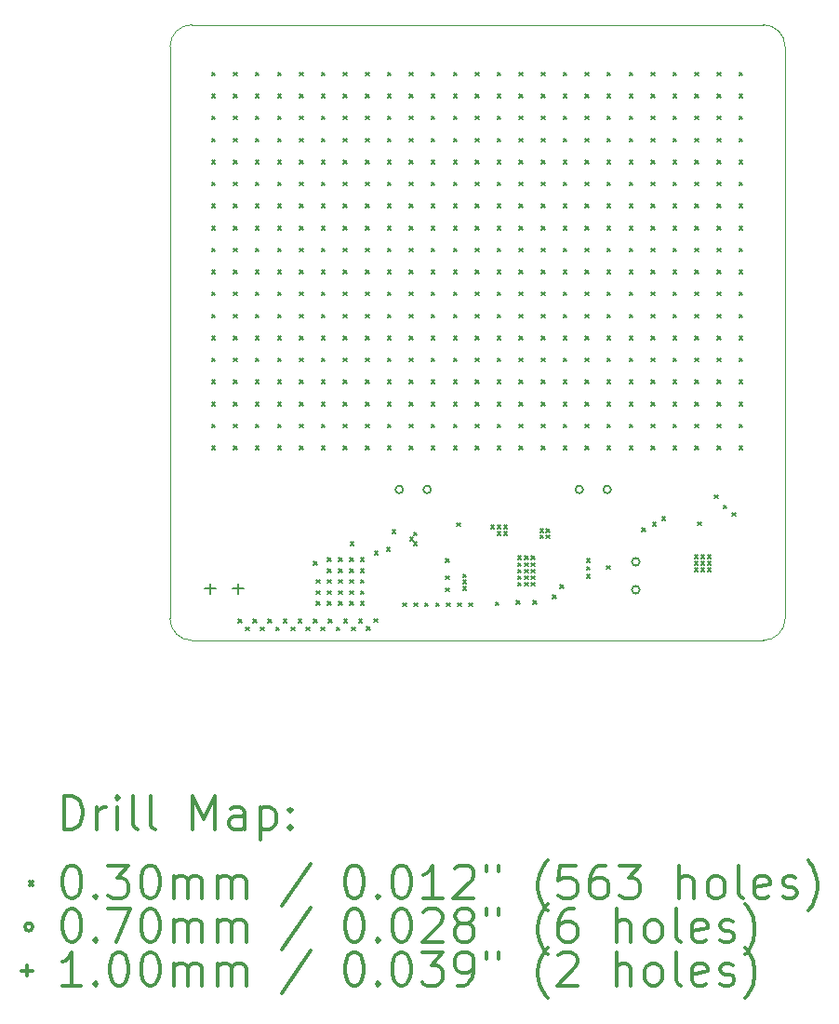
<source format=gbr>
%FSLAX45Y45*%
G04 Gerber Fmt 4.5, Leading zero omitted, Abs format (unit mm)*
G04 Created by KiCad (PCBNEW (5.1.8)-1) date 2021-08-31 23:09:40*
%MOMM*%
%LPD*%
G01*
G04 APERTURE LIST*
%TA.AperFunction,Profile*%
%ADD10C,0.050000*%
%TD*%
%ADD11C,0.200000*%
%ADD12C,0.300000*%
G04 APERTURE END LIST*
D10*
X13161000Y-7179000D02*
G75*
G02*
X13361000Y-6979000I200000J0D01*
G01*
X13361000Y-12579000D02*
G75*
G02*
X13161000Y-12379000I0J200000D01*
G01*
X18761000Y-12379000D02*
G75*
G02*
X18561000Y-12579000I-200000J0D01*
G01*
X18561000Y-6979000D02*
G75*
G02*
X18761000Y-7179000I0J-200000D01*
G01*
X18761000Y-12379000D02*
X18761000Y-7179000D01*
X13161000Y-12379000D02*
X13161000Y-7179000D01*
X13361000Y-12579000D02*
X18561000Y-12579000D01*
X13361000Y-6979000D02*
X18561000Y-6979000D01*
D11*
X13542000Y-7412000D02*
X13572000Y-7442000D01*
X13572000Y-7412000D02*
X13542000Y-7442000D01*
X13542000Y-7612000D02*
X13572000Y-7642000D01*
X13572000Y-7612000D02*
X13542000Y-7642000D01*
X13542000Y-7812000D02*
X13572000Y-7842000D01*
X13572000Y-7812000D02*
X13542000Y-7842000D01*
X13542000Y-8012000D02*
X13572000Y-8042000D01*
X13572000Y-8012000D02*
X13542000Y-8042000D01*
X13542000Y-8212000D02*
X13572000Y-8242000D01*
X13572000Y-8212000D02*
X13542000Y-8242000D01*
X13542000Y-8412000D02*
X13572000Y-8442000D01*
X13572000Y-8412000D02*
X13542000Y-8442000D01*
X13542000Y-8612000D02*
X13572000Y-8642000D01*
X13572000Y-8612000D02*
X13542000Y-8642000D01*
X13542000Y-8812000D02*
X13572000Y-8842000D01*
X13572000Y-8812000D02*
X13542000Y-8842000D01*
X13542000Y-9012000D02*
X13572000Y-9042000D01*
X13572000Y-9012000D02*
X13542000Y-9042000D01*
X13542000Y-9212000D02*
X13572000Y-9242000D01*
X13572000Y-9212000D02*
X13542000Y-9242000D01*
X13542000Y-9412000D02*
X13572000Y-9442000D01*
X13572000Y-9412000D02*
X13542000Y-9442000D01*
X13542000Y-9612000D02*
X13572000Y-9642000D01*
X13572000Y-9612000D02*
X13542000Y-9642000D01*
X13542000Y-9812000D02*
X13572000Y-9842000D01*
X13572000Y-9812000D02*
X13542000Y-9842000D01*
X13542000Y-10012000D02*
X13572000Y-10042000D01*
X13572000Y-10012000D02*
X13542000Y-10042000D01*
X13542000Y-10212000D02*
X13572000Y-10242000D01*
X13572000Y-10212000D02*
X13542000Y-10242000D01*
X13542000Y-10412000D02*
X13572000Y-10442000D01*
X13572000Y-10412000D02*
X13542000Y-10442000D01*
X13542000Y-10612000D02*
X13572000Y-10642000D01*
X13572000Y-10612000D02*
X13542000Y-10642000D01*
X13542000Y-10812000D02*
X13572000Y-10842000D01*
X13572000Y-10812000D02*
X13542000Y-10842000D01*
X13742000Y-7412000D02*
X13772000Y-7442000D01*
X13772000Y-7412000D02*
X13742000Y-7442000D01*
X13742000Y-7612000D02*
X13772000Y-7642000D01*
X13772000Y-7612000D02*
X13742000Y-7642000D01*
X13742000Y-7812000D02*
X13772000Y-7842000D01*
X13772000Y-7812000D02*
X13742000Y-7842000D01*
X13742000Y-8012000D02*
X13772000Y-8042000D01*
X13772000Y-8012000D02*
X13742000Y-8042000D01*
X13742000Y-8212000D02*
X13772000Y-8242000D01*
X13772000Y-8212000D02*
X13742000Y-8242000D01*
X13742000Y-8412000D02*
X13772000Y-8442000D01*
X13772000Y-8412000D02*
X13742000Y-8442000D01*
X13742000Y-8612000D02*
X13772000Y-8642000D01*
X13772000Y-8612000D02*
X13742000Y-8642000D01*
X13742000Y-8812000D02*
X13772000Y-8842000D01*
X13772000Y-8812000D02*
X13742000Y-8842000D01*
X13742000Y-9012000D02*
X13772000Y-9042000D01*
X13772000Y-9012000D02*
X13742000Y-9042000D01*
X13742000Y-9212000D02*
X13772000Y-9242000D01*
X13772000Y-9212000D02*
X13742000Y-9242000D01*
X13742000Y-9412000D02*
X13772000Y-9442000D01*
X13772000Y-9412000D02*
X13742000Y-9442000D01*
X13742000Y-9612000D02*
X13772000Y-9642000D01*
X13772000Y-9612000D02*
X13742000Y-9642000D01*
X13742000Y-9812000D02*
X13772000Y-9842000D01*
X13772000Y-9812000D02*
X13742000Y-9842000D01*
X13742000Y-10012000D02*
X13772000Y-10042000D01*
X13772000Y-10012000D02*
X13742000Y-10042000D01*
X13742000Y-10212000D02*
X13772000Y-10242000D01*
X13772000Y-10212000D02*
X13742000Y-10242000D01*
X13742000Y-10412000D02*
X13772000Y-10442000D01*
X13772000Y-10412000D02*
X13742000Y-10442000D01*
X13742000Y-10612000D02*
X13772000Y-10642000D01*
X13772000Y-10612000D02*
X13742000Y-10642000D01*
X13742000Y-10812000D02*
X13772000Y-10842000D01*
X13772000Y-10812000D02*
X13742000Y-10842000D01*
X13784000Y-12385000D02*
X13814000Y-12415000D01*
X13814000Y-12385000D02*
X13784000Y-12415000D01*
X13851000Y-12457000D02*
X13881000Y-12487000D01*
X13881000Y-12457000D02*
X13851000Y-12487000D01*
X13917000Y-12387000D02*
X13947000Y-12417000D01*
X13947000Y-12387000D02*
X13917000Y-12417000D01*
X13942000Y-7412000D02*
X13972000Y-7442000D01*
X13972000Y-7412000D02*
X13942000Y-7442000D01*
X13942000Y-7612000D02*
X13972000Y-7642000D01*
X13972000Y-7612000D02*
X13942000Y-7642000D01*
X13942000Y-7812000D02*
X13972000Y-7842000D01*
X13972000Y-7812000D02*
X13942000Y-7842000D01*
X13942000Y-8012000D02*
X13972000Y-8042000D01*
X13972000Y-8012000D02*
X13942000Y-8042000D01*
X13942000Y-8212000D02*
X13972000Y-8242000D01*
X13972000Y-8212000D02*
X13942000Y-8242000D01*
X13942000Y-8412000D02*
X13972000Y-8442000D01*
X13972000Y-8412000D02*
X13942000Y-8442000D01*
X13942000Y-8612000D02*
X13972000Y-8642000D01*
X13972000Y-8612000D02*
X13942000Y-8642000D01*
X13942000Y-8812000D02*
X13972000Y-8842000D01*
X13972000Y-8812000D02*
X13942000Y-8842000D01*
X13942000Y-9012000D02*
X13972000Y-9042000D01*
X13972000Y-9012000D02*
X13942000Y-9042000D01*
X13942000Y-9212000D02*
X13972000Y-9242000D01*
X13972000Y-9212000D02*
X13942000Y-9242000D01*
X13942000Y-9412000D02*
X13972000Y-9442000D01*
X13972000Y-9412000D02*
X13942000Y-9442000D01*
X13942000Y-9612000D02*
X13972000Y-9642000D01*
X13972000Y-9612000D02*
X13942000Y-9642000D01*
X13942000Y-9812000D02*
X13972000Y-9842000D01*
X13972000Y-9812000D02*
X13942000Y-9842000D01*
X13942000Y-10012000D02*
X13972000Y-10042000D01*
X13972000Y-10012000D02*
X13942000Y-10042000D01*
X13942000Y-10212000D02*
X13972000Y-10242000D01*
X13972000Y-10212000D02*
X13942000Y-10242000D01*
X13942000Y-10412000D02*
X13972000Y-10442000D01*
X13972000Y-10412000D02*
X13942000Y-10442000D01*
X13942000Y-10612000D02*
X13972000Y-10642000D01*
X13972000Y-10612000D02*
X13942000Y-10642000D01*
X13942000Y-10812000D02*
X13972000Y-10842000D01*
X13972000Y-10812000D02*
X13942000Y-10842000D01*
X13988625Y-12457000D02*
X14018625Y-12487000D01*
X14018625Y-12457000D02*
X13988625Y-12487000D01*
X14054625Y-12387000D02*
X14084625Y-12417000D01*
X14084625Y-12387000D02*
X14054625Y-12417000D01*
X14126250Y-12457000D02*
X14156250Y-12487000D01*
X14156250Y-12457000D02*
X14126250Y-12487000D01*
X14142000Y-7412000D02*
X14172000Y-7442000D01*
X14172000Y-7412000D02*
X14142000Y-7442000D01*
X14142000Y-7612000D02*
X14172000Y-7642000D01*
X14172000Y-7612000D02*
X14142000Y-7642000D01*
X14142000Y-7812000D02*
X14172000Y-7842000D01*
X14172000Y-7812000D02*
X14142000Y-7842000D01*
X14142000Y-8012000D02*
X14172000Y-8042000D01*
X14172000Y-8012000D02*
X14142000Y-8042000D01*
X14142000Y-8212000D02*
X14172000Y-8242000D01*
X14172000Y-8212000D02*
X14142000Y-8242000D01*
X14142000Y-8412000D02*
X14172000Y-8442000D01*
X14172000Y-8412000D02*
X14142000Y-8442000D01*
X14142000Y-8612000D02*
X14172000Y-8642000D01*
X14172000Y-8612000D02*
X14142000Y-8642000D01*
X14142000Y-8812000D02*
X14172000Y-8842000D01*
X14172000Y-8812000D02*
X14142000Y-8842000D01*
X14142000Y-9012000D02*
X14172000Y-9042000D01*
X14172000Y-9012000D02*
X14142000Y-9042000D01*
X14142000Y-9212000D02*
X14172000Y-9242000D01*
X14172000Y-9212000D02*
X14142000Y-9242000D01*
X14142000Y-9412000D02*
X14172000Y-9442000D01*
X14172000Y-9412000D02*
X14142000Y-9442000D01*
X14142000Y-9612000D02*
X14172000Y-9642000D01*
X14172000Y-9612000D02*
X14142000Y-9642000D01*
X14142000Y-9812000D02*
X14172000Y-9842000D01*
X14172000Y-9812000D02*
X14142000Y-9842000D01*
X14142000Y-10012000D02*
X14172000Y-10042000D01*
X14172000Y-10012000D02*
X14142000Y-10042000D01*
X14142000Y-10212000D02*
X14172000Y-10242000D01*
X14172000Y-10212000D02*
X14142000Y-10242000D01*
X14142000Y-10412000D02*
X14172000Y-10442000D01*
X14172000Y-10412000D02*
X14142000Y-10442000D01*
X14142000Y-10612000D02*
X14172000Y-10642000D01*
X14172000Y-10612000D02*
X14142000Y-10642000D01*
X14142000Y-10812000D02*
X14172000Y-10842000D01*
X14172000Y-10812000D02*
X14142000Y-10842000D01*
X14192250Y-12387000D02*
X14222250Y-12417000D01*
X14222250Y-12387000D02*
X14192250Y-12417000D01*
X14263875Y-12457000D02*
X14293875Y-12487000D01*
X14293875Y-12457000D02*
X14263875Y-12487000D01*
X14329875Y-12387000D02*
X14359875Y-12417000D01*
X14359875Y-12387000D02*
X14329875Y-12417000D01*
X14342000Y-7412000D02*
X14372000Y-7442000D01*
X14372000Y-7412000D02*
X14342000Y-7442000D01*
X14342000Y-7612000D02*
X14372000Y-7642000D01*
X14372000Y-7612000D02*
X14342000Y-7642000D01*
X14342000Y-7812000D02*
X14372000Y-7842000D01*
X14372000Y-7812000D02*
X14342000Y-7842000D01*
X14342000Y-8012000D02*
X14372000Y-8042000D01*
X14372000Y-8012000D02*
X14342000Y-8042000D01*
X14342000Y-8212000D02*
X14372000Y-8242000D01*
X14372000Y-8212000D02*
X14342000Y-8242000D01*
X14342000Y-8412000D02*
X14372000Y-8442000D01*
X14372000Y-8412000D02*
X14342000Y-8442000D01*
X14342000Y-8612000D02*
X14372000Y-8642000D01*
X14372000Y-8612000D02*
X14342000Y-8642000D01*
X14342000Y-8812000D02*
X14372000Y-8842000D01*
X14372000Y-8812000D02*
X14342000Y-8842000D01*
X14342000Y-9012000D02*
X14372000Y-9042000D01*
X14372000Y-9012000D02*
X14342000Y-9042000D01*
X14342000Y-9212000D02*
X14372000Y-9242000D01*
X14372000Y-9212000D02*
X14342000Y-9242000D01*
X14342000Y-9412000D02*
X14372000Y-9442000D01*
X14372000Y-9412000D02*
X14342000Y-9442000D01*
X14342000Y-9612000D02*
X14372000Y-9642000D01*
X14372000Y-9612000D02*
X14342000Y-9642000D01*
X14342000Y-9812000D02*
X14372000Y-9842000D01*
X14372000Y-9812000D02*
X14342000Y-9842000D01*
X14342000Y-10012000D02*
X14372000Y-10042000D01*
X14372000Y-10012000D02*
X14342000Y-10042000D01*
X14342000Y-10212000D02*
X14372000Y-10242000D01*
X14372000Y-10212000D02*
X14342000Y-10242000D01*
X14342000Y-10412000D02*
X14372000Y-10442000D01*
X14372000Y-10412000D02*
X14342000Y-10442000D01*
X14342000Y-10612000D02*
X14372000Y-10642000D01*
X14372000Y-10612000D02*
X14342000Y-10642000D01*
X14342000Y-10812000D02*
X14372000Y-10842000D01*
X14372000Y-10812000D02*
X14342000Y-10842000D01*
X14401500Y-12457000D02*
X14431500Y-12487000D01*
X14431500Y-12457000D02*
X14401500Y-12487000D01*
X14467500Y-12387000D02*
X14497500Y-12417000D01*
X14497500Y-12387000D02*
X14467500Y-12417000D01*
X14468000Y-11861000D02*
X14498000Y-11891000D01*
X14498000Y-11861000D02*
X14468000Y-11891000D01*
X14496000Y-12028000D02*
X14526000Y-12058000D01*
X14526000Y-12028000D02*
X14496000Y-12058000D01*
X14496000Y-12128000D02*
X14526000Y-12158000D01*
X14526000Y-12128000D02*
X14496000Y-12158000D01*
X14496000Y-12227000D02*
X14526000Y-12257000D01*
X14526000Y-12227000D02*
X14496000Y-12257000D01*
X14539125Y-12457000D02*
X14569125Y-12487000D01*
X14569125Y-12457000D02*
X14539125Y-12487000D01*
X14542000Y-7412000D02*
X14572000Y-7442000D01*
X14572000Y-7412000D02*
X14542000Y-7442000D01*
X14542000Y-7612000D02*
X14572000Y-7642000D01*
X14572000Y-7612000D02*
X14542000Y-7642000D01*
X14542000Y-7812000D02*
X14572000Y-7842000D01*
X14572000Y-7812000D02*
X14542000Y-7842000D01*
X14542000Y-8012000D02*
X14572000Y-8042000D01*
X14572000Y-8012000D02*
X14542000Y-8042000D01*
X14542000Y-8212000D02*
X14572000Y-8242000D01*
X14572000Y-8212000D02*
X14542000Y-8242000D01*
X14542000Y-8412000D02*
X14572000Y-8442000D01*
X14572000Y-8412000D02*
X14542000Y-8442000D01*
X14542000Y-8612000D02*
X14572000Y-8642000D01*
X14572000Y-8612000D02*
X14542000Y-8642000D01*
X14542000Y-8812000D02*
X14572000Y-8842000D01*
X14572000Y-8812000D02*
X14542000Y-8842000D01*
X14542000Y-9012000D02*
X14572000Y-9042000D01*
X14572000Y-9012000D02*
X14542000Y-9042000D01*
X14542000Y-9212000D02*
X14572000Y-9242000D01*
X14572000Y-9212000D02*
X14542000Y-9242000D01*
X14542000Y-9412000D02*
X14572000Y-9442000D01*
X14572000Y-9412000D02*
X14542000Y-9442000D01*
X14542000Y-9612000D02*
X14572000Y-9642000D01*
X14572000Y-9612000D02*
X14542000Y-9642000D01*
X14542000Y-9812000D02*
X14572000Y-9842000D01*
X14572000Y-9812000D02*
X14542000Y-9842000D01*
X14542000Y-10012000D02*
X14572000Y-10042000D01*
X14572000Y-10012000D02*
X14542000Y-10042000D01*
X14542000Y-10212000D02*
X14572000Y-10242000D01*
X14572000Y-10212000D02*
X14542000Y-10242000D01*
X14542000Y-10412000D02*
X14572000Y-10442000D01*
X14572000Y-10412000D02*
X14542000Y-10442000D01*
X14542000Y-10612000D02*
X14572000Y-10642000D01*
X14572000Y-10612000D02*
X14542000Y-10642000D01*
X14542000Y-10812000D02*
X14572000Y-10842000D01*
X14572000Y-10812000D02*
X14542000Y-10842000D01*
X14598000Y-11828000D02*
X14628000Y-11858000D01*
X14628000Y-11828000D02*
X14598000Y-11858000D01*
X14598000Y-11928000D02*
X14628000Y-11958000D01*
X14628000Y-11928000D02*
X14598000Y-11958000D01*
X14598000Y-12028000D02*
X14628000Y-12058000D01*
X14628000Y-12028000D02*
X14598000Y-12058000D01*
X14598000Y-12128000D02*
X14628000Y-12158000D01*
X14628000Y-12128000D02*
X14598000Y-12158000D01*
X14598000Y-12227000D02*
X14628000Y-12257000D01*
X14628000Y-12227000D02*
X14598000Y-12257000D01*
X14605125Y-12387000D02*
X14635125Y-12417000D01*
X14635125Y-12387000D02*
X14605125Y-12417000D01*
X14676750Y-12457000D02*
X14706750Y-12487000D01*
X14706750Y-12457000D02*
X14676750Y-12487000D01*
X14698000Y-11828000D02*
X14728000Y-11858000D01*
X14728000Y-11828000D02*
X14698000Y-11858000D01*
X14698000Y-11928000D02*
X14728000Y-11958000D01*
X14728000Y-11928000D02*
X14698000Y-11958000D01*
X14698000Y-12028000D02*
X14728000Y-12058000D01*
X14728000Y-12028000D02*
X14698000Y-12058000D01*
X14698000Y-12128000D02*
X14728000Y-12158000D01*
X14728000Y-12128000D02*
X14698000Y-12158000D01*
X14698000Y-12227000D02*
X14728000Y-12257000D01*
X14728000Y-12227000D02*
X14698000Y-12257000D01*
X14742000Y-7412000D02*
X14772000Y-7442000D01*
X14772000Y-7412000D02*
X14742000Y-7442000D01*
X14742000Y-7612000D02*
X14772000Y-7642000D01*
X14772000Y-7612000D02*
X14742000Y-7642000D01*
X14742000Y-7812000D02*
X14772000Y-7842000D01*
X14772000Y-7812000D02*
X14742000Y-7842000D01*
X14742000Y-8012000D02*
X14772000Y-8042000D01*
X14772000Y-8012000D02*
X14742000Y-8042000D01*
X14742000Y-8212000D02*
X14772000Y-8242000D01*
X14772000Y-8212000D02*
X14742000Y-8242000D01*
X14742000Y-8412000D02*
X14772000Y-8442000D01*
X14772000Y-8412000D02*
X14742000Y-8442000D01*
X14742000Y-8612000D02*
X14772000Y-8642000D01*
X14772000Y-8612000D02*
X14742000Y-8642000D01*
X14742000Y-8812000D02*
X14772000Y-8842000D01*
X14772000Y-8812000D02*
X14742000Y-8842000D01*
X14742000Y-9012000D02*
X14772000Y-9042000D01*
X14772000Y-9012000D02*
X14742000Y-9042000D01*
X14742000Y-9212000D02*
X14772000Y-9242000D01*
X14772000Y-9212000D02*
X14742000Y-9242000D01*
X14742000Y-9412000D02*
X14772000Y-9442000D01*
X14772000Y-9412000D02*
X14742000Y-9442000D01*
X14742000Y-9612000D02*
X14772000Y-9642000D01*
X14772000Y-9612000D02*
X14742000Y-9642000D01*
X14742000Y-9812000D02*
X14772000Y-9842000D01*
X14772000Y-9812000D02*
X14742000Y-9842000D01*
X14742000Y-10012000D02*
X14772000Y-10042000D01*
X14772000Y-10012000D02*
X14742000Y-10042000D01*
X14742000Y-10212000D02*
X14772000Y-10242000D01*
X14772000Y-10212000D02*
X14742000Y-10242000D01*
X14742000Y-10412000D02*
X14772000Y-10442000D01*
X14772000Y-10412000D02*
X14742000Y-10442000D01*
X14742000Y-10612000D02*
X14772000Y-10642000D01*
X14772000Y-10612000D02*
X14742000Y-10642000D01*
X14742000Y-10812000D02*
X14772000Y-10842000D01*
X14772000Y-10812000D02*
X14742000Y-10842000D01*
X14742750Y-12387000D02*
X14772750Y-12417000D01*
X14772750Y-12387000D02*
X14742750Y-12417000D01*
X14798000Y-11828000D02*
X14828000Y-11858000D01*
X14828000Y-11828000D02*
X14798000Y-11858000D01*
X14798000Y-11928000D02*
X14828000Y-11958000D01*
X14828000Y-11928000D02*
X14798000Y-11958000D01*
X14798000Y-12028000D02*
X14828000Y-12058000D01*
X14828000Y-12028000D02*
X14798000Y-12058000D01*
X14798000Y-12128000D02*
X14828000Y-12158000D01*
X14828000Y-12128000D02*
X14798000Y-12158000D01*
X14798000Y-12227000D02*
X14828000Y-12257000D01*
X14828000Y-12227000D02*
X14798000Y-12257000D01*
X14805000Y-11682000D02*
X14835000Y-11712000D01*
X14835000Y-11682000D02*
X14805000Y-11712000D01*
X14814375Y-12457000D02*
X14844375Y-12487000D01*
X14844375Y-12457000D02*
X14814375Y-12487000D01*
X14880375Y-12387000D02*
X14910375Y-12417000D01*
X14910375Y-12387000D02*
X14880375Y-12417000D01*
X14898000Y-11828000D02*
X14928000Y-11858000D01*
X14928000Y-11828000D02*
X14898000Y-11858000D01*
X14898000Y-11928000D02*
X14928000Y-11958000D01*
X14928000Y-11928000D02*
X14898000Y-11958000D01*
X14898000Y-12028000D02*
X14928000Y-12058000D01*
X14928000Y-12028000D02*
X14898000Y-12058000D01*
X14898000Y-12128000D02*
X14928000Y-12158000D01*
X14928000Y-12128000D02*
X14898000Y-12158000D01*
X14898000Y-12227000D02*
X14928000Y-12257000D01*
X14928000Y-12227000D02*
X14898000Y-12257000D01*
X14942000Y-7412000D02*
X14972000Y-7442000D01*
X14972000Y-7412000D02*
X14942000Y-7442000D01*
X14942000Y-7612000D02*
X14972000Y-7642000D01*
X14972000Y-7612000D02*
X14942000Y-7642000D01*
X14942000Y-7812000D02*
X14972000Y-7842000D01*
X14972000Y-7812000D02*
X14942000Y-7842000D01*
X14942000Y-8012000D02*
X14972000Y-8042000D01*
X14972000Y-8012000D02*
X14942000Y-8042000D01*
X14942000Y-8212000D02*
X14972000Y-8242000D01*
X14972000Y-8212000D02*
X14942000Y-8242000D01*
X14942000Y-8412000D02*
X14972000Y-8442000D01*
X14972000Y-8412000D02*
X14942000Y-8442000D01*
X14942000Y-8612000D02*
X14972000Y-8642000D01*
X14972000Y-8612000D02*
X14942000Y-8642000D01*
X14942000Y-8812000D02*
X14972000Y-8842000D01*
X14972000Y-8812000D02*
X14942000Y-8842000D01*
X14942000Y-9012000D02*
X14972000Y-9042000D01*
X14972000Y-9012000D02*
X14942000Y-9042000D01*
X14942000Y-9212000D02*
X14972000Y-9242000D01*
X14972000Y-9212000D02*
X14942000Y-9242000D01*
X14942000Y-9412000D02*
X14972000Y-9442000D01*
X14972000Y-9412000D02*
X14942000Y-9442000D01*
X14942000Y-9612000D02*
X14972000Y-9642000D01*
X14972000Y-9612000D02*
X14942000Y-9642000D01*
X14942000Y-9812000D02*
X14972000Y-9842000D01*
X14972000Y-9812000D02*
X14942000Y-9842000D01*
X14942000Y-10012000D02*
X14972000Y-10042000D01*
X14972000Y-10012000D02*
X14942000Y-10042000D01*
X14942000Y-10212000D02*
X14972000Y-10242000D01*
X14972000Y-10212000D02*
X14942000Y-10242000D01*
X14942000Y-10412000D02*
X14972000Y-10442000D01*
X14972000Y-10412000D02*
X14942000Y-10442000D01*
X14942000Y-10612000D02*
X14972000Y-10642000D01*
X14972000Y-10612000D02*
X14942000Y-10642000D01*
X14942000Y-10812000D02*
X14972000Y-10842000D01*
X14972000Y-10812000D02*
X14942000Y-10842000D01*
X14952000Y-12454000D02*
X14982000Y-12484000D01*
X14982000Y-12454000D02*
X14952000Y-12484000D01*
X15018000Y-12384000D02*
X15048000Y-12414000D01*
X15048000Y-12384000D02*
X15018000Y-12414000D01*
X15022000Y-11767000D02*
X15052000Y-11797000D01*
X15052000Y-11767000D02*
X15022000Y-11797000D01*
X15131999Y-11736001D02*
X15161999Y-11766001D01*
X15161999Y-11736001D02*
X15131999Y-11766001D01*
X15142000Y-7412000D02*
X15172000Y-7442000D01*
X15172000Y-7412000D02*
X15142000Y-7442000D01*
X15142000Y-7612000D02*
X15172000Y-7642000D01*
X15172000Y-7612000D02*
X15142000Y-7642000D01*
X15142000Y-7812000D02*
X15172000Y-7842000D01*
X15172000Y-7812000D02*
X15142000Y-7842000D01*
X15142000Y-8012000D02*
X15172000Y-8042000D01*
X15172000Y-8012000D02*
X15142000Y-8042000D01*
X15142000Y-8212000D02*
X15172000Y-8242000D01*
X15172000Y-8212000D02*
X15142000Y-8242000D01*
X15142000Y-8412000D02*
X15172000Y-8442000D01*
X15172000Y-8412000D02*
X15142000Y-8442000D01*
X15142000Y-8612000D02*
X15172000Y-8642000D01*
X15172000Y-8612000D02*
X15142000Y-8642000D01*
X15142000Y-8812000D02*
X15172000Y-8842000D01*
X15172000Y-8812000D02*
X15142000Y-8842000D01*
X15142000Y-9012000D02*
X15172000Y-9042000D01*
X15172000Y-9012000D02*
X15142000Y-9042000D01*
X15142000Y-9212000D02*
X15172000Y-9242000D01*
X15172000Y-9212000D02*
X15142000Y-9242000D01*
X15142000Y-9412000D02*
X15172000Y-9442000D01*
X15172000Y-9412000D02*
X15142000Y-9442000D01*
X15142000Y-9612000D02*
X15172000Y-9642000D01*
X15172000Y-9612000D02*
X15142000Y-9642000D01*
X15142000Y-9812000D02*
X15172000Y-9842000D01*
X15172000Y-9812000D02*
X15142000Y-9842000D01*
X15142000Y-10012000D02*
X15172000Y-10042000D01*
X15172000Y-10012000D02*
X15142000Y-10042000D01*
X15142000Y-10212000D02*
X15172000Y-10242000D01*
X15172000Y-10212000D02*
X15142000Y-10242000D01*
X15142000Y-10412000D02*
X15172000Y-10442000D01*
X15172000Y-10412000D02*
X15142000Y-10442000D01*
X15142000Y-10612000D02*
X15172000Y-10642000D01*
X15172000Y-10612000D02*
X15142000Y-10642000D01*
X15142000Y-10812000D02*
X15172000Y-10842000D01*
X15172000Y-10812000D02*
X15142000Y-10842000D01*
X15186000Y-11572000D02*
X15216000Y-11602000D01*
X15216000Y-11572000D02*
X15186000Y-11602000D01*
X15282000Y-12239000D02*
X15312000Y-12269000D01*
X15312000Y-12239000D02*
X15282000Y-12269000D01*
X15342000Y-7412000D02*
X15372000Y-7442000D01*
X15372000Y-7412000D02*
X15342000Y-7442000D01*
X15342000Y-7612000D02*
X15372000Y-7642000D01*
X15372000Y-7612000D02*
X15342000Y-7642000D01*
X15342000Y-7812000D02*
X15372000Y-7842000D01*
X15372000Y-7812000D02*
X15342000Y-7842000D01*
X15342000Y-8012000D02*
X15372000Y-8042000D01*
X15372000Y-8012000D02*
X15342000Y-8042000D01*
X15342000Y-8212000D02*
X15372000Y-8242000D01*
X15372000Y-8212000D02*
X15342000Y-8242000D01*
X15342000Y-8412000D02*
X15372000Y-8442000D01*
X15372000Y-8412000D02*
X15342000Y-8442000D01*
X15342000Y-8612000D02*
X15372000Y-8642000D01*
X15372000Y-8612000D02*
X15342000Y-8642000D01*
X15342000Y-8812000D02*
X15372000Y-8842000D01*
X15372000Y-8812000D02*
X15342000Y-8842000D01*
X15342000Y-9012000D02*
X15372000Y-9042000D01*
X15372000Y-9012000D02*
X15342000Y-9042000D01*
X15342000Y-9212000D02*
X15372000Y-9242000D01*
X15372000Y-9212000D02*
X15342000Y-9242000D01*
X15342000Y-9412000D02*
X15372000Y-9442000D01*
X15372000Y-9412000D02*
X15342000Y-9442000D01*
X15342000Y-9612000D02*
X15372000Y-9642000D01*
X15372000Y-9612000D02*
X15342000Y-9642000D01*
X15342000Y-9812000D02*
X15372000Y-9842000D01*
X15372000Y-9812000D02*
X15342000Y-9842000D01*
X15342000Y-10012000D02*
X15372000Y-10042000D01*
X15372000Y-10012000D02*
X15342000Y-10042000D01*
X15342000Y-10212000D02*
X15372000Y-10242000D01*
X15372000Y-10212000D02*
X15342000Y-10242000D01*
X15342000Y-10412000D02*
X15372000Y-10442000D01*
X15372000Y-10412000D02*
X15342000Y-10442000D01*
X15342000Y-10612000D02*
X15372000Y-10642000D01*
X15372000Y-10612000D02*
X15342000Y-10642000D01*
X15342000Y-10812000D02*
X15372000Y-10842000D01*
X15372000Y-10812000D02*
X15342000Y-10842000D01*
X15346000Y-11641000D02*
X15376000Y-11671000D01*
X15376000Y-11641000D02*
X15346000Y-11671000D01*
X15378000Y-11595000D02*
X15408000Y-11625000D01*
X15408000Y-11595000D02*
X15378000Y-11625000D01*
X15378000Y-11686000D02*
X15408000Y-11716000D01*
X15408000Y-11686000D02*
X15378000Y-11716000D01*
X15382000Y-12239000D02*
X15412000Y-12269000D01*
X15412000Y-12239000D02*
X15382000Y-12269000D01*
X15482000Y-12239000D02*
X15512000Y-12269000D01*
X15512000Y-12239000D02*
X15482000Y-12269000D01*
X15542000Y-7412000D02*
X15572000Y-7442000D01*
X15572000Y-7412000D02*
X15542000Y-7442000D01*
X15542000Y-7612000D02*
X15572000Y-7642000D01*
X15572000Y-7612000D02*
X15542000Y-7642000D01*
X15542000Y-7812000D02*
X15572000Y-7842000D01*
X15572000Y-7812000D02*
X15542000Y-7842000D01*
X15542000Y-8012000D02*
X15572000Y-8042000D01*
X15572000Y-8012000D02*
X15542000Y-8042000D01*
X15542000Y-8212000D02*
X15572000Y-8242000D01*
X15572000Y-8212000D02*
X15542000Y-8242000D01*
X15542000Y-8412000D02*
X15572000Y-8442000D01*
X15572000Y-8412000D02*
X15542000Y-8442000D01*
X15542000Y-8612000D02*
X15572000Y-8642000D01*
X15572000Y-8612000D02*
X15542000Y-8642000D01*
X15542000Y-8812000D02*
X15572000Y-8842000D01*
X15572000Y-8812000D02*
X15542000Y-8842000D01*
X15542000Y-9012000D02*
X15572000Y-9042000D01*
X15572000Y-9012000D02*
X15542000Y-9042000D01*
X15542000Y-9212000D02*
X15572000Y-9242000D01*
X15572000Y-9212000D02*
X15542000Y-9242000D01*
X15542000Y-9412000D02*
X15572000Y-9442000D01*
X15572000Y-9412000D02*
X15542000Y-9442000D01*
X15542000Y-9612000D02*
X15572000Y-9642000D01*
X15572000Y-9612000D02*
X15542000Y-9642000D01*
X15542000Y-9812000D02*
X15572000Y-9842000D01*
X15572000Y-9812000D02*
X15542000Y-9842000D01*
X15542000Y-10012000D02*
X15572000Y-10042000D01*
X15572000Y-10012000D02*
X15542000Y-10042000D01*
X15542000Y-10212000D02*
X15572000Y-10242000D01*
X15572000Y-10212000D02*
X15542000Y-10242000D01*
X15542000Y-10412000D02*
X15572000Y-10442000D01*
X15572000Y-10412000D02*
X15542000Y-10442000D01*
X15542000Y-10612000D02*
X15572000Y-10642000D01*
X15572000Y-10612000D02*
X15542000Y-10642000D01*
X15542000Y-10812000D02*
X15572000Y-10842000D01*
X15572000Y-10812000D02*
X15542000Y-10842000D01*
X15582000Y-12239000D02*
X15612000Y-12269000D01*
X15612000Y-12239000D02*
X15582000Y-12269000D01*
X15671000Y-11835000D02*
X15701000Y-11865000D01*
X15701000Y-11835000D02*
X15671000Y-11865000D01*
X15672000Y-11994000D02*
X15702000Y-12024000D01*
X15702000Y-11994000D02*
X15672000Y-12024000D01*
X15672000Y-12105000D02*
X15702000Y-12135000D01*
X15702000Y-12105000D02*
X15672000Y-12135000D01*
X15682000Y-12239000D02*
X15712000Y-12269000D01*
X15712000Y-12239000D02*
X15682000Y-12269000D01*
X15742000Y-7412000D02*
X15772000Y-7442000D01*
X15772000Y-7412000D02*
X15742000Y-7442000D01*
X15742000Y-7612000D02*
X15772000Y-7642000D01*
X15772000Y-7612000D02*
X15742000Y-7642000D01*
X15742000Y-7812000D02*
X15772000Y-7842000D01*
X15772000Y-7812000D02*
X15742000Y-7842000D01*
X15742000Y-8012000D02*
X15772000Y-8042000D01*
X15772000Y-8012000D02*
X15742000Y-8042000D01*
X15742000Y-8212000D02*
X15772000Y-8242000D01*
X15772000Y-8212000D02*
X15742000Y-8242000D01*
X15742000Y-8412000D02*
X15772000Y-8442000D01*
X15772000Y-8412000D02*
X15742000Y-8442000D01*
X15742000Y-8612000D02*
X15772000Y-8642000D01*
X15772000Y-8612000D02*
X15742000Y-8642000D01*
X15742000Y-8812000D02*
X15772000Y-8842000D01*
X15772000Y-8812000D02*
X15742000Y-8842000D01*
X15742000Y-9012000D02*
X15772000Y-9042000D01*
X15772000Y-9012000D02*
X15742000Y-9042000D01*
X15742000Y-9212000D02*
X15772000Y-9242000D01*
X15772000Y-9212000D02*
X15742000Y-9242000D01*
X15742000Y-9412000D02*
X15772000Y-9442000D01*
X15772000Y-9412000D02*
X15742000Y-9442000D01*
X15742000Y-9612000D02*
X15772000Y-9642000D01*
X15772000Y-9612000D02*
X15742000Y-9642000D01*
X15742000Y-9812000D02*
X15772000Y-9842000D01*
X15772000Y-9812000D02*
X15742000Y-9842000D01*
X15742000Y-10012000D02*
X15772000Y-10042000D01*
X15772000Y-10012000D02*
X15742000Y-10042000D01*
X15742000Y-10212000D02*
X15772000Y-10242000D01*
X15772000Y-10212000D02*
X15742000Y-10242000D01*
X15742000Y-10412000D02*
X15772000Y-10442000D01*
X15772000Y-10412000D02*
X15742000Y-10442000D01*
X15742000Y-10612000D02*
X15772000Y-10642000D01*
X15772000Y-10612000D02*
X15742000Y-10642000D01*
X15742000Y-10812000D02*
X15772000Y-10842000D01*
X15772000Y-10812000D02*
X15742000Y-10842000D01*
X15771000Y-11510000D02*
X15801000Y-11540000D01*
X15801000Y-11510000D02*
X15771000Y-11540000D01*
X15782000Y-12239000D02*
X15812000Y-12269000D01*
X15812000Y-12239000D02*
X15782000Y-12269000D01*
X15830000Y-11976000D02*
X15860000Y-12006000D01*
X15860000Y-11976000D02*
X15830000Y-12006000D01*
X15830000Y-12032500D02*
X15860000Y-12062500D01*
X15860000Y-12032500D02*
X15830000Y-12062500D01*
X15830000Y-12089000D02*
X15860000Y-12119000D01*
X15860000Y-12089000D02*
X15830000Y-12119000D01*
X15882000Y-12239000D02*
X15912000Y-12269000D01*
X15912000Y-12239000D02*
X15882000Y-12269000D01*
X15942000Y-7412000D02*
X15972000Y-7442000D01*
X15972000Y-7412000D02*
X15942000Y-7442000D01*
X15942000Y-7612000D02*
X15972000Y-7642000D01*
X15972000Y-7612000D02*
X15942000Y-7642000D01*
X15942000Y-7812000D02*
X15972000Y-7842000D01*
X15972000Y-7812000D02*
X15942000Y-7842000D01*
X15942000Y-8012000D02*
X15972000Y-8042000D01*
X15972000Y-8012000D02*
X15942000Y-8042000D01*
X15942000Y-8212000D02*
X15972000Y-8242000D01*
X15972000Y-8212000D02*
X15942000Y-8242000D01*
X15942000Y-8412000D02*
X15972000Y-8442000D01*
X15972000Y-8412000D02*
X15942000Y-8442000D01*
X15942000Y-8612000D02*
X15972000Y-8642000D01*
X15972000Y-8612000D02*
X15942000Y-8642000D01*
X15942000Y-8812000D02*
X15972000Y-8842000D01*
X15972000Y-8812000D02*
X15942000Y-8842000D01*
X15942000Y-9012000D02*
X15972000Y-9042000D01*
X15972000Y-9012000D02*
X15942000Y-9042000D01*
X15942000Y-9212000D02*
X15972000Y-9242000D01*
X15972000Y-9212000D02*
X15942000Y-9242000D01*
X15942000Y-9412000D02*
X15972000Y-9442000D01*
X15972000Y-9412000D02*
X15942000Y-9442000D01*
X15942000Y-9612000D02*
X15972000Y-9642000D01*
X15972000Y-9612000D02*
X15942000Y-9642000D01*
X15942000Y-9812000D02*
X15972000Y-9842000D01*
X15972000Y-9812000D02*
X15942000Y-9842000D01*
X15942000Y-10012000D02*
X15972000Y-10042000D01*
X15972000Y-10012000D02*
X15942000Y-10042000D01*
X15942000Y-10212000D02*
X15972000Y-10242000D01*
X15972000Y-10212000D02*
X15942000Y-10242000D01*
X15942000Y-10412000D02*
X15972000Y-10442000D01*
X15972000Y-10412000D02*
X15942000Y-10442000D01*
X15942000Y-10612000D02*
X15972000Y-10642000D01*
X15972000Y-10612000D02*
X15942000Y-10642000D01*
X15942000Y-10812000D02*
X15972000Y-10842000D01*
X15972000Y-10812000D02*
X15942000Y-10842000D01*
X16081000Y-11531000D02*
X16111000Y-11561000D01*
X16111000Y-11531000D02*
X16081000Y-11561000D01*
X16125000Y-12231000D02*
X16155000Y-12261000D01*
X16155000Y-12231000D02*
X16125000Y-12261000D01*
X16140000Y-11531000D02*
X16170000Y-11561000D01*
X16170000Y-11531000D02*
X16140000Y-11561000D01*
X16140000Y-11590000D02*
X16170000Y-11620000D01*
X16170000Y-11590000D02*
X16140000Y-11620000D01*
X16142000Y-7412000D02*
X16172000Y-7442000D01*
X16172000Y-7412000D02*
X16142000Y-7442000D01*
X16142000Y-7612000D02*
X16172000Y-7642000D01*
X16172000Y-7612000D02*
X16142000Y-7642000D01*
X16142000Y-7812000D02*
X16172000Y-7842000D01*
X16172000Y-7812000D02*
X16142000Y-7842000D01*
X16142000Y-8012000D02*
X16172000Y-8042000D01*
X16172000Y-8012000D02*
X16142000Y-8042000D01*
X16142000Y-8212000D02*
X16172000Y-8242000D01*
X16172000Y-8212000D02*
X16142000Y-8242000D01*
X16142000Y-8412000D02*
X16172000Y-8442000D01*
X16172000Y-8412000D02*
X16142000Y-8442000D01*
X16142000Y-8612000D02*
X16172000Y-8642000D01*
X16172000Y-8612000D02*
X16142000Y-8642000D01*
X16142000Y-8812000D02*
X16172000Y-8842000D01*
X16172000Y-8812000D02*
X16142000Y-8842000D01*
X16142000Y-9012000D02*
X16172000Y-9042000D01*
X16172000Y-9012000D02*
X16142000Y-9042000D01*
X16142000Y-9212000D02*
X16172000Y-9242000D01*
X16172000Y-9212000D02*
X16142000Y-9242000D01*
X16142000Y-9412000D02*
X16172000Y-9442000D01*
X16172000Y-9412000D02*
X16142000Y-9442000D01*
X16142000Y-9612000D02*
X16172000Y-9642000D01*
X16172000Y-9612000D02*
X16142000Y-9642000D01*
X16142000Y-9812000D02*
X16172000Y-9842000D01*
X16172000Y-9812000D02*
X16142000Y-9842000D01*
X16142000Y-10012000D02*
X16172000Y-10042000D01*
X16172000Y-10012000D02*
X16142000Y-10042000D01*
X16142000Y-10212000D02*
X16172000Y-10242000D01*
X16172000Y-10212000D02*
X16142000Y-10242000D01*
X16142000Y-10412000D02*
X16172000Y-10442000D01*
X16172000Y-10412000D02*
X16142000Y-10442000D01*
X16142000Y-10612000D02*
X16172000Y-10642000D01*
X16172000Y-10612000D02*
X16142000Y-10642000D01*
X16142000Y-10812000D02*
X16172000Y-10842000D01*
X16172000Y-10812000D02*
X16142000Y-10842000D01*
X16199000Y-11531000D02*
X16229000Y-11561000D01*
X16229000Y-11531000D02*
X16199000Y-11561000D01*
X16199000Y-11590000D02*
X16229000Y-11620000D01*
X16229000Y-11590000D02*
X16199000Y-11620000D01*
X16317000Y-12216000D02*
X16347000Y-12246000D01*
X16347000Y-12216000D02*
X16317000Y-12246000D01*
X16329000Y-11813000D02*
X16359000Y-11843000D01*
X16359000Y-11813000D02*
X16329000Y-11843000D01*
X16329000Y-11873000D02*
X16359000Y-11903000D01*
X16359000Y-11873000D02*
X16329000Y-11903000D01*
X16329000Y-11933000D02*
X16359000Y-11963000D01*
X16359000Y-11933000D02*
X16329000Y-11963000D01*
X16329000Y-11993000D02*
X16359000Y-12023000D01*
X16359000Y-11993000D02*
X16329000Y-12023000D01*
X16329000Y-12053000D02*
X16359000Y-12083000D01*
X16359000Y-12053000D02*
X16329000Y-12083000D01*
X16342000Y-7412000D02*
X16372000Y-7442000D01*
X16372000Y-7412000D02*
X16342000Y-7442000D01*
X16342000Y-7612000D02*
X16372000Y-7642000D01*
X16372000Y-7612000D02*
X16342000Y-7642000D01*
X16342000Y-7812000D02*
X16372000Y-7842000D01*
X16372000Y-7812000D02*
X16342000Y-7842000D01*
X16342000Y-8012000D02*
X16372000Y-8042000D01*
X16372000Y-8012000D02*
X16342000Y-8042000D01*
X16342000Y-8212000D02*
X16372000Y-8242000D01*
X16372000Y-8212000D02*
X16342000Y-8242000D01*
X16342000Y-8412000D02*
X16372000Y-8442000D01*
X16372000Y-8412000D02*
X16342000Y-8442000D01*
X16342000Y-8612000D02*
X16372000Y-8642000D01*
X16372000Y-8612000D02*
X16342000Y-8642000D01*
X16342000Y-8812000D02*
X16372000Y-8842000D01*
X16372000Y-8812000D02*
X16342000Y-8842000D01*
X16342000Y-9012000D02*
X16372000Y-9042000D01*
X16372000Y-9012000D02*
X16342000Y-9042000D01*
X16342000Y-9212000D02*
X16372000Y-9242000D01*
X16372000Y-9212000D02*
X16342000Y-9242000D01*
X16342000Y-9412000D02*
X16372000Y-9442000D01*
X16372000Y-9412000D02*
X16342000Y-9442000D01*
X16342000Y-9612000D02*
X16372000Y-9642000D01*
X16372000Y-9612000D02*
X16342000Y-9642000D01*
X16342000Y-9812000D02*
X16372000Y-9842000D01*
X16372000Y-9812000D02*
X16342000Y-9842000D01*
X16342000Y-10012000D02*
X16372000Y-10042000D01*
X16372000Y-10012000D02*
X16342000Y-10042000D01*
X16342000Y-10212000D02*
X16372000Y-10242000D01*
X16372000Y-10212000D02*
X16342000Y-10242000D01*
X16342000Y-10412000D02*
X16372000Y-10442000D01*
X16372000Y-10412000D02*
X16342000Y-10442000D01*
X16342000Y-10612000D02*
X16372000Y-10642000D01*
X16372000Y-10612000D02*
X16342000Y-10642000D01*
X16342000Y-10812000D02*
X16372000Y-10842000D01*
X16372000Y-10812000D02*
X16342000Y-10842000D01*
X16389000Y-11813000D02*
X16419000Y-11843000D01*
X16419000Y-11813000D02*
X16389000Y-11843000D01*
X16389000Y-11873000D02*
X16419000Y-11903000D01*
X16419000Y-11873000D02*
X16389000Y-11903000D01*
X16389000Y-11933000D02*
X16419000Y-11963000D01*
X16419000Y-11933000D02*
X16389000Y-11963000D01*
X16389000Y-11993000D02*
X16419000Y-12023000D01*
X16419000Y-11993000D02*
X16389000Y-12023000D01*
X16389000Y-12053000D02*
X16419000Y-12083000D01*
X16419000Y-12053000D02*
X16389000Y-12083000D01*
X16449000Y-11813000D02*
X16479000Y-11843000D01*
X16479000Y-11813000D02*
X16449000Y-11843000D01*
X16449000Y-11873000D02*
X16479000Y-11903000D01*
X16479000Y-11873000D02*
X16449000Y-11903000D01*
X16449000Y-11933000D02*
X16479000Y-11963000D01*
X16479000Y-11933000D02*
X16449000Y-11963000D01*
X16449000Y-11993000D02*
X16479000Y-12023000D01*
X16479000Y-11993000D02*
X16449000Y-12023000D01*
X16449000Y-12053000D02*
X16479000Y-12083000D01*
X16479000Y-12053000D02*
X16449000Y-12083000D01*
X16467000Y-12216000D02*
X16497000Y-12246000D01*
X16497000Y-12216000D02*
X16467000Y-12246000D01*
X16529000Y-11567000D02*
X16559000Y-11597000D01*
X16559000Y-11567000D02*
X16529000Y-11597000D01*
X16529000Y-11622000D02*
X16559000Y-11652000D01*
X16559000Y-11622000D02*
X16529000Y-11652000D01*
X16542000Y-7412000D02*
X16572000Y-7442000D01*
X16572000Y-7412000D02*
X16542000Y-7442000D01*
X16542000Y-7612000D02*
X16572000Y-7642000D01*
X16572000Y-7612000D02*
X16542000Y-7642000D01*
X16542000Y-7812000D02*
X16572000Y-7842000D01*
X16572000Y-7812000D02*
X16542000Y-7842000D01*
X16542000Y-8012000D02*
X16572000Y-8042000D01*
X16572000Y-8012000D02*
X16542000Y-8042000D01*
X16542000Y-8212000D02*
X16572000Y-8242000D01*
X16572000Y-8212000D02*
X16542000Y-8242000D01*
X16542000Y-8412000D02*
X16572000Y-8442000D01*
X16572000Y-8412000D02*
X16542000Y-8442000D01*
X16542000Y-8612000D02*
X16572000Y-8642000D01*
X16572000Y-8612000D02*
X16542000Y-8642000D01*
X16542000Y-8812000D02*
X16572000Y-8842000D01*
X16572000Y-8812000D02*
X16542000Y-8842000D01*
X16542000Y-9012000D02*
X16572000Y-9042000D01*
X16572000Y-9012000D02*
X16542000Y-9042000D01*
X16542000Y-9212000D02*
X16572000Y-9242000D01*
X16572000Y-9212000D02*
X16542000Y-9242000D01*
X16542000Y-9412000D02*
X16572000Y-9442000D01*
X16572000Y-9412000D02*
X16542000Y-9442000D01*
X16542000Y-9612000D02*
X16572000Y-9642000D01*
X16572000Y-9612000D02*
X16542000Y-9642000D01*
X16542000Y-9812000D02*
X16572000Y-9842000D01*
X16572000Y-9812000D02*
X16542000Y-9842000D01*
X16542000Y-10012000D02*
X16572000Y-10042000D01*
X16572000Y-10012000D02*
X16542000Y-10042000D01*
X16542000Y-10212000D02*
X16572000Y-10242000D01*
X16572000Y-10212000D02*
X16542000Y-10242000D01*
X16542000Y-10412000D02*
X16572000Y-10442000D01*
X16572000Y-10412000D02*
X16542000Y-10442000D01*
X16542000Y-10612000D02*
X16572000Y-10642000D01*
X16572000Y-10612000D02*
X16542000Y-10642000D01*
X16542000Y-10812000D02*
X16572000Y-10842000D01*
X16572000Y-10812000D02*
X16542000Y-10842000D01*
X16584000Y-11567000D02*
X16614000Y-11597000D01*
X16614000Y-11567000D02*
X16584000Y-11597000D01*
X16584000Y-11622000D02*
X16614000Y-11652000D01*
X16614000Y-11622000D02*
X16584000Y-11652000D01*
X16645000Y-12166000D02*
X16675000Y-12196000D01*
X16675000Y-12166000D02*
X16645000Y-12196000D01*
X16711000Y-12075000D02*
X16741000Y-12105000D01*
X16741000Y-12075000D02*
X16711000Y-12105000D01*
X16742000Y-7412000D02*
X16772000Y-7442000D01*
X16772000Y-7412000D02*
X16742000Y-7442000D01*
X16742000Y-7612000D02*
X16772000Y-7642000D01*
X16772000Y-7612000D02*
X16742000Y-7642000D01*
X16742000Y-7812000D02*
X16772000Y-7842000D01*
X16772000Y-7812000D02*
X16742000Y-7842000D01*
X16742000Y-8012000D02*
X16772000Y-8042000D01*
X16772000Y-8012000D02*
X16742000Y-8042000D01*
X16742000Y-8212000D02*
X16772000Y-8242000D01*
X16772000Y-8212000D02*
X16742000Y-8242000D01*
X16742000Y-8412000D02*
X16772000Y-8442000D01*
X16772000Y-8412000D02*
X16742000Y-8442000D01*
X16742000Y-8612000D02*
X16772000Y-8642000D01*
X16772000Y-8612000D02*
X16742000Y-8642000D01*
X16742000Y-8812000D02*
X16772000Y-8842000D01*
X16772000Y-8812000D02*
X16742000Y-8842000D01*
X16742000Y-9012000D02*
X16772000Y-9042000D01*
X16772000Y-9012000D02*
X16742000Y-9042000D01*
X16742000Y-9212000D02*
X16772000Y-9242000D01*
X16772000Y-9212000D02*
X16742000Y-9242000D01*
X16742000Y-9412000D02*
X16772000Y-9442000D01*
X16772000Y-9412000D02*
X16742000Y-9442000D01*
X16742000Y-9612000D02*
X16772000Y-9642000D01*
X16772000Y-9612000D02*
X16742000Y-9642000D01*
X16742000Y-9812000D02*
X16772000Y-9842000D01*
X16772000Y-9812000D02*
X16742000Y-9842000D01*
X16742000Y-10012000D02*
X16772000Y-10042000D01*
X16772000Y-10012000D02*
X16742000Y-10042000D01*
X16742000Y-10212000D02*
X16772000Y-10242000D01*
X16772000Y-10212000D02*
X16742000Y-10242000D01*
X16742000Y-10412000D02*
X16772000Y-10442000D01*
X16772000Y-10412000D02*
X16742000Y-10442000D01*
X16742000Y-10612000D02*
X16772000Y-10642000D01*
X16772000Y-10612000D02*
X16742000Y-10642000D01*
X16742000Y-10812000D02*
X16772000Y-10842000D01*
X16772000Y-10812000D02*
X16742000Y-10842000D01*
X16942000Y-7412000D02*
X16972000Y-7442000D01*
X16972000Y-7412000D02*
X16942000Y-7442000D01*
X16942000Y-7612000D02*
X16972000Y-7642000D01*
X16972000Y-7612000D02*
X16942000Y-7642000D01*
X16942000Y-7812000D02*
X16972000Y-7842000D01*
X16972000Y-7812000D02*
X16942000Y-7842000D01*
X16942000Y-8012000D02*
X16972000Y-8042000D01*
X16972000Y-8012000D02*
X16942000Y-8042000D01*
X16942000Y-8212000D02*
X16972000Y-8242000D01*
X16972000Y-8212000D02*
X16942000Y-8242000D01*
X16942000Y-8412000D02*
X16972000Y-8442000D01*
X16972000Y-8412000D02*
X16942000Y-8442000D01*
X16942000Y-8612000D02*
X16972000Y-8642000D01*
X16972000Y-8612000D02*
X16942000Y-8642000D01*
X16942000Y-8812000D02*
X16972000Y-8842000D01*
X16972000Y-8812000D02*
X16942000Y-8842000D01*
X16942000Y-9012000D02*
X16972000Y-9042000D01*
X16972000Y-9012000D02*
X16942000Y-9042000D01*
X16942000Y-9212000D02*
X16972000Y-9242000D01*
X16972000Y-9212000D02*
X16942000Y-9242000D01*
X16942000Y-9412000D02*
X16972000Y-9442000D01*
X16972000Y-9412000D02*
X16942000Y-9442000D01*
X16942000Y-9612000D02*
X16972000Y-9642000D01*
X16972000Y-9612000D02*
X16942000Y-9642000D01*
X16942000Y-9812000D02*
X16972000Y-9842000D01*
X16972000Y-9812000D02*
X16942000Y-9842000D01*
X16942000Y-10012000D02*
X16972000Y-10042000D01*
X16972000Y-10012000D02*
X16942000Y-10042000D01*
X16942000Y-10212000D02*
X16972000Y-10242000D01*
X16972000Y-10212000D02*
X16942000Y-10242000D01*
X16942000Y-10412000D02*
X16972000Y-10442000D01*
X16972000Y-10412000D02*
X16942000Y-10442000D01*
X16942000Y-10612000D02*
X16972000Y-10642000D01*
X16972000Y-10612000D02*
X16942000Y-10642000D01*
X16942000Y-10812000D02*
X16972000Y-10842000D01*
X16972000Y-10812000D02*
X16942000Y-10842000D01*
X16953000Y-11837000D02*
X16983000Y-11867000D01*
X16983000Y-11837000D02*
X16953000Y-11867000D01*
X16953000Y-11908000D02*
X16983000Y-11938000D01*
X16983000Y-11908000D02*
X16953000Y-11938000D01*
X16953000Y-11979000D02*
X16983000Y-12009000D01*
X16983000Y-11979000D02*
X16953000Y-12009000D01*
X17134000Y-11900000D02*
X17164000Y-11930000D01*
X17164000Y-11900000D02*
X17134000Y-11930000D01*
X17142000Y-7412000D02*
X17172000Y-7442000D01*
X17172000Y-7412000D02*
X17142000Y-7442000D01*
X17142000Y-7612000D02*
X17172000Y-7642000D01*
X17172000Y-7612000D02*
X17142000Y-7642000D01*
X17142000Y-7812000D02*
X17172000Y-7842000D01*
X17172000Y-7812000D02*
X17142000Y-7842000D01*
X17142000Y-8012000D02*
X17172000Y-8042000D01*
X17172000Y-8012000D02*
X17142000Y-8042000D01*
X17142000Y-8212000D02*
X17172000Y-8242000D01*
X17172000Y-8212000D02*
X17142000Y-8242000D01*
X17142000Y-8412000D02*
X17172000Y-8442000D01*
X17172000Y-8412000D02*
X17142000Y-8442000D01*
X17142000Y-8612000D02*
X17172000Y-8642000D01*
X17172000Y-8612000D02*
X17142000Y-8642000D01*
X17142000Y-8812000D02*
X17172000Y-8842000D01*
X17172000Y-8812000D02*
X17142000Y-8842000D01*
X17142000Y-9012000D02*
X17172000Y-9042000D01*
X17172000Y-9012000D02*
X17142000Y-9042000D01*
X17142000Y-9212000D02*
X17172000Y-9242000D01*
X17172000Y-9212000D02*
X17142000Y-9242000D01*
X17142000Y-9412000D02*
X17172000Y-9442000D01*
X17172000Y-9412000D02*
X17142000Y-9442000D01*
X17142000Y-9612000D02*
X17172000Y-9642000D01*
X17172000Y-9612000D02*
X17142000Y-9642000D01*
X17142000Y-9812000D02*
X17172000Y-9842000D01*
X17172000Y-9812000D02*
X17142000Y-9842000D01*
X17142000Y-10012000D02*
X17172000Y-10042000D01*
X17172000Y-10012000D02*
X17142000Y-10042000D01*
X17142000Y-10212000D02*
X17172000Y-10242000D01*
X17172000Y-10212000D02*
X17142000Y-10242000D01*
X17142000Y-10412000D02*
X17172000Y-10442000D01*
X17172000Y-10412000D02*
X17142000Y-10442000D01*
X17142000Y-10612000D02*
X17172000Y-10642000D01*
X17172000Y-10612000D02*
X17142000Y-10642000D01*
X17142000Y-10812000D02*
X17172000Y-10842000D01*
X17172000Y-10812000D02*
X17142000Y-10842000D01*
X17342000Y-7412000D02*
X17372000Y-7442000D01*
X17372000Y-7412000D02*
X17342000Y-7442000D01*
X17342000Y-7612000D02*
X17372000Y-7642000D01*
X17372000Y-7612000D02*
X17342000Y-7642000D01*
X17342000Y-7812000D02*
X17372000Y-7842000D01*
X17372000Y-7812000D02*
X17342000Y-7842000D01*
X17342000Y-8012000D02*
X17372000Y-8042000D01*
X17372000Y-8012000D02*
X17342000Y-8042000D01*
X17342000Y-8212000D02*
X17372000Y-8242000D01*
X17372000Y-8212000D02*
X17342000Y-8242000D01*
X17342000Y-8412000D02*
X17372000Y-8442000D01*
X17372000Y-8412000D02*
X17342000Y-8442000D01*
X17342000Y-8612000D02*
X17372000Y-8642000D01*
X17372000Y-8612000D02*
X17342000Y-8642000D01*
X17342000Y-8812000D02*
X17372000Y-8842000D01*
X17372000Y-8812000D02*
X17342000Y-8842000D01*
X17342000Y-9012000D02*
X17372000Y-9042000D01*
X17372000Y-9012000D02*
X17342000Y-9042000D01*
X17342000Y-9212000D02*
X17372000Y-9242000D01*
X17372000Y-9212000D02*
X17342000Y-9242000D01*
X17342000Y-9412000D02*
X17372000Y-9442000D01*
X17372000Y-9412000D02*
X17342000Y-9442000D01*
X17342000Y-9612000D02*
X17372000Y-9642000D01*
X17372000Y-9612000D02*
X17342000Y-9642000D01*
X17342000Y-9812000D02*
X17372000Y-9842000D01*
X17372000Y-9812000D02*
X17342000Y-9842000D01*
X17342000Y-10012000D02*
X17372000Y-10042000D01*
X17372000Y-10012000D02*
X17342000Y-10042000D01*
X17342000Y-10212000D02*
X17372000Y-10242000D01*
X17372000Y-10212000D02*
X17342000Y-10242000D01*
X17342000Y-10412000D02*
X17372000Y-10442000D01*
X17372000Y-10412000D02*
X17342000Y-10442000D01*
X17342000Y-10612000D02*
X17372000Y-10642000D01*
X17372000Y-10612000D02*
X17342000Y-10642000D01*
X17342000Y-10812000D02*
X17372000Y-10842000D01*
X17372000Y-10812000D02*
X17342000Y-10842000D01*
X17456000Y-11556000D02*
X17486000Y-11586000D01*
X17486000Y-11556000D02*
X17456000Y-11586000D01*
X17542000Y-7412000D02*
X17572000Y-7442000D01*
X17572000Y-7412000D02*
X17542000Y-7442000D01*
X17542000Y-7612000D02*
X17572000Y-7642000D01*
X17572000Y-7612000D02*
X17542000Y-7642000D01*
X17542000Y-7812000D02*
X17572000Y-7842000D01*
X17572000Y-7812000D02*
X17542000Y-7842000D01*
X17542000Y-8012000D02*
X17572000Y-8042000D01*
X17572000Y-8012000D02*
X17542000Y-8042000D01*
X17542000Y-8212000D02*
X17572000Y-8242000D01*
X17572000Y-8212000D02*
X17542000Y-8242000D01*
X17542000Y-8412000D02*
X17572000Y-8442000D01*
X17572000Y-8412000D02*
X17542000Y-8442000D01*
X17542000Y-8612000D02*
X17572000Y-8642000D01*
X17572000Y-8612000D02*
X17542000Y-8642000D01*
X17542000Y-8812000D02*
X17572000Y-8842000D01*
X17572000Y-8812000D02*
X17542000Y-8842000D01*
X17542000Y-9012000D02*
X17572000Y-9042000D01*
X17572000Y-9012000D02*
X17542000Y-9042000D01*
X17542000Y-9212000D02*
X17572000Y-9242000D01*
X17572000Y-9212000D02*
X17542000Y-9242000D01*
X17542000Y-9412000D02*
X17572000Y-9442000D01*
X17572000Y-9412000D02*
X17542000Y-9442000D01*
X17542000Y-9612000D02*
X17572000Y-9642000D01*
X17572000Y-9612000D02*
X17542000Y-9642000D01*
X17542000Y-9812000D02*
X17572000Y-9842000D01*
X17572000Y-9812000D02*
X17542000Y-9842000D01*
X17542000Y-10012000D02*
X17572000Y-10042000D01*
X17572000Y-10012000D02*
X17542000Y-10042000D01*
X17542000Y-10212000D02*
X17572000Y-10242000D01*
X17572000Y-10212000D02*
X17542000Y-10242000D01*
X17542000Y-10412000D02*
X17572000Y-10442000D01*
X17572000Y-10412000D02*
X17542000Y-10442000D01*
X17542000Y-10612000D02*
X17572000Y-10642000D01*
X17572000Y-10612000D02*
X17542000Y-10642000D01*
X17542000Y-10812000D02*
X17572000Y-10842000D01*
X17572000Y-10812000D02*
X17542000Y-10842000D01*
X17555000Y-11506000D02*
X17585000Y-11536000D01*
X17585000Y-11506000D02*
X17555000Y-11536000D01*
X17639000Y-11456000D02*
X17669000Y-11486000D01*
X17669000Y-11456000D02*
X17639000Y-11486000D01*
X17742000Y-7412000D02*
X17772000Y-7442000D01*
X17772000Y-7412000D02*
X17742000Y-7442000D01*
X17742000Y-7612000D02*
X17772000Y-7642000D01*
X17772000Y-7612000D02*
X17742000Y-7642000D01*
X17742000Y-7812000D02*
X17772000Y-7842000D01*
X17772000Y-7812000D02*
X17742000Y-7842000D01*
X17742000Y-8012000D02*
X17772000Y-8042000D01*
X17772000Y-8012000D02*
X17742000Y-8042000D01*
X17742000Y-8212000D02*
X17772000Y-8242000D01*
X17772000Y-8212000D02*
X17742000Y-8242000D01*
X17742000Y-8412000D02*
X17772000Y-8442000D01*
X17772000Y-8412000D02*
X17742000Y-8442000D01*
X17742000Y-8612000D02*
X17772000Y-8642000D01*
X17772000Y-8612000D02*
X17742000Y-8642000D01*
X17742000Y-8812000D02*
X17772000Y-8842000D01*
X17772000Y-8812000D02*
X17742000Y-8842000D01*
X17742000Y-9012000D02*
X17772000Y-9042000D01*
X17772000Y-9012000D02*
X17742000Y-9042000D01*
X17742000Y-9212000D02*
X17772000Y-9242000D01*
X17772000Y-9212000D02*
X17742000Y-9242000D01*
X17742000Y-9412000D02*
X17772000Y-9442000D01*
X17772000Y-9412000D02*
X17742000Y-9442000D01*
X17742000Y-9612000D02*
X17772000Y-9642000D01*
X17772000Y-9612000D02*
X17742000Y-9642000D01*
X17742000Y-9812000D02*
X17772000Y-9842000D01*
X17772000Y-9812000D02*
X17742000Y-9842000D01*
X17742000Y-10012000D02*
X17772000Y-10042000D01*
X17772000Y-10012000D02*
X17742000Y-10042000D01*
X17742000Y-10212000D02*
X17772000Y-10242000D01*
X17772000Y-10212000D02*
X17742000Y-10242000D01*
X17742000Y-10412000D02*
X17772000Y-10442000D01*
X17772000Y-10412000D02*
X17742000Y-10442000D01*
X17742000Y-10612000D02*
X17772000Y-10642000D01*
X17772000Y-10612000D02*
X17742000Y-10642000D01*
X17742000Y-10812000D02*
X17772000Y-10842000D01*
X17772000Y-10812000D02*
X17742000Y-10842000D01*
X17935000Y-11801000D02*
X17965000Y-11831000D01*
X17965000Y-11801000D02*
X17935000Y-11831000D01*
X17935000Y-11861000D02*
X17965000Y-11891000D01*
X17965000Y-11861000D02*
X17935000Y-11891000D01*
X17935000Y-11921000D02*
X17965000Y-11951000D01*
X17965000Y-11921000D02*
X17935000Y-11951000D01*
X17942000Y-7412000D02*
X17972000Y-7442000D01*
X17972000Y-7412000D02*
X17942000Y-7442000D01*
X17942000Y-7612000D02*
X17972000Y-7642000D01*
X17972000Y-7612000D02*
X17942000Y-7642000D01*
X17942000Y-7812000D02*
X17972000Y-7842000D01*
X17972000Y-7812000D02*
X17942000Y-7842000D01*
X17942000Y-8012000D02*
X17972000Y-8042000D01*
X17972000Y-8012000D02*
X17942000Y-8042000D01*
X17942000Y-8212000D02*
X17972000Y-8242000D01*
X17972000Y-8212000D02*
X17942000Y-8242000D01*
X17942000Y-8412000D02*
X17972000Y-8442000D01*
X17972000Y-8412000D02*
X17942000Y-8442000D01*
X17942000Y-8612000D02*
X17972000Y-8642000D01*
X17972000Y-8612000D02*
X17942000Y-8642000D01*
X17942000Y-8812000D02*
X17972000Y-8842000D01*
X17972000Y-8812000D02*
X17942000Y-8842000D01*
X17942000Y-9012000D02*
X17972000Y-9042000D01*
X17972000Y-9012000D02*
X17942000Y-9042000D01*
X17942000Y-9212000D02*
X17972000Y-9242000D01*
X17972000Y-9212000D02*
X17942000Y-9242000D01*
X17942000Y-9412000D02*
X17972000Y-9442000D01*
X17972000Y-9412000D02*
X17942000Y-9442000D01*
X17942000Y-9612000D02*
X17972000Y-9642000D01*
X17972000Y-9612000D02*
X17942000Y-9642000D01*
X17942000Y-9812000D02*
X17972000Y-9842000D01*
X17972000Y-9812000D02*
X17942000Y-9842000D01*
X17942000Y-10012000D02*
X17972000Y-10042000D01*
X17972000Y-10012000D02*
X17942000Y-10042000D01*
X17942000Y-10212000D02*
X17972000Y-10242000D01*
X17972000Y-10212000D02*
X17942000Y-10242000D01*
X17942000Y-10412000D02*
X17972000Y-10442000D01*
X17972000Y-10412000D02*
X17942000Y-10442000D01*
X17942000Y-10612000D02*
X17972000Y-10642000D01*
X17972000Y-10612000D02*
X17942000Y-10642000D01*
X17942000Y-10812000D02*
X17972000Y-10842000D01*
X17972000Y-10812000D02*
X17942000Y-10842000D01*
X17967000Y-11502000D02*
X17997000Y-11532000D01*
X17997000Y-11502000D02*
X17967000Y-11532000D01*
X17995000Y-11801000D02*
X18025000Y-11831000D01*
X18025000Y-11801000D02*
X17995000Y-11831000D01*
X17995000Y-11861000D02*
X18025000Y-11891000D01*
X18025000Y-11861000D02*
X17995000Y-11891000D01*
X17995000Y-11921000D02*
X18025000Y-11951000D01*
X18025000Y-11921000D02*
X17995000Y-11951000D01*
X18055000Y-11801000D02*
X18085000Y-11831000D01*
X18085000Y-11801000D02*
X18055000Y-11831000D01*
X18055000Y-11861000D02*
X18085000Y-11891000D01*
X18085000Y-11861000D02*
X18055000Y-11891000D01*
X18055000Y-11921000D02*
X18085000Y-11951000D01*
X18085000Y-11921000D02*
X18055000Y-11951000D01*
X18120000Y-11256000D02*
X18150000Y-11286000D01*
X18150000Y-11256000D02*
X18120000Y-11286000D01*
X18142000Y-7412000D02*
X18172000Y-7442000D01*
X18172000Y-7412000D02*
X18142000Y-7442000D01*
X18142000Y-7612000D02*
X18172000Y-7642000D01*
X18172000Y-7612000D02*
X18142000Y-7642000D01*
X18142000Y-7812000D02*
X18172000Y-7842000D01*
X18172000Y-7812000D02*
X18142000Y-7842000D01*
X18142000Y-8012000D02*
X18172000Y-8042000D01*
X18172000Y-8012000D02*
X18142000Y-8042000D01*
X18142000Y-8212000D02*
X18172000Y-8242000D01*
X18172000Y-8212000D02*
X18142000Y-8242000D01*
X18142000Y-8412000D02*
X18172000Y-8442000D01*
X18172000Y-8412000D02*
X18142000Y-8442000D01*
X18142000Y-8612000D02*
X18172000Y-8642000D01*
X18172000Y-8612000D02*
X18142000Y-8642000D01*
X18142000Y-8812000D02*
X18172000Y-8842000D01*
X18172000Y-8812000D02*
X18142000Y-8842000D01*
X18142000Y-9012000D02*
X18172000Y-9042000D01*
X18172000Y-9012000D02*
X18142000Y-9042000D01*
X18142000Y-9212000D02*
X18172000Y-9242000D01*
X18172000Y-9212000D02*
X18142000Y-9242000D01*
X18142000Y-9412000D02*
X18172000Y-9442000D01*
X18172000Y-9412000D02*
X18142000Y-9442000D01*
X18142000Y-9612000D02*
X18172000Y-9642000D01*
X18172000Y-9612000D02*
X18142000Y-9642000D01*
X18142000Y-9812000D02*
X18172000Y-9842000D01*
X18172000Y-9812000D02*
X18142000Y-9842000D01*
X18142000Y-10012000D02*
X18172000Y-10042000D01*
X18172000Y-10012000D02*
X18142000Y-10042000D01*
X18142000Y-10212000D02*
X18172000Y-10242000D01*
X18172000Y-10212000D02*
X18142000Y-10242000D01*
X18142000Y-10412000D02*
X18172000Y-10442000D01*
X18172000Y-10412000D02*
X18142000Y-10442000D01*
X18142000Y-10612000D02*
X18172000Y-10642000D01*
X18172000Y-10612000D02*
X18142000Y-10642000D01*
X18142000Y-10812000D02*
X18172000Y-10842000D01*
X18172000Y-10812000D02*
X18142000Y-10842000D01*
X18199000Y-11349000D02*
X18229000Y-11379000D01*
X18229000Y-11349000D02*
X18199000Y-11379000D01*
X18277000Y-11418000D02*
X18307000Y-11448000D01*
X18307000Y-11418000D02*
X18277000Y-11448000D01*
X18342000Y-7412000D02*
X18372000Y-7442000D01*
X18372000Y-7412000D02*
X18342000Y-7442000D01*
X18342000Y-7612000D02*
X18372000Y-7642000D01*
X18372000Y-7612000D02*
X18342000Y-7642000D01*
X18342000Y-7812000D02*
X18372000Y-7842000D01*
X18372000Y-7812000D02*
X18342000Y-7842000D01*
X18342000Y-8012000D02*
X18372000Y-8042000D01*
X18372000Y-8012000D02*
X18342000Y-8042000D01*
X18342000Y-8212000D02*
X18372000Y-8242000D01*
X18372000Y-8212000D02*
X18342000Y-8242000D01*
X18342000Y-8412000D02*
X18372000Y-8442000D01*
X18372000Y-8412000D02*
X18342000Y-8442000D01*
X18342000Y-8612000D02*
X18372000Y-8642000D01*
X18372000Y-8612000D02*
X18342000Y-8642000D01*
X18342000Y-8812000D02*
X18372000Y-8842000D01*
X18372000Y-8812000D02*
X18342000Y-8842000D01*
X18342000Y-9012000D02*
X18372000Y-9042000D01*
X18372000Y-9012000D02*
X18342000Y-9042000D01*
X18342000Y-9212000D02*
X18372000Y-9242000D01*
X18372000Y-9212000D02*
X18342000Y-9242000D01*
X18342000Y-9412000D02*
X18372000Y-9442000D01*
X18372000Y-9412000D02*
X18342000Y-9442000D01*
X18342000Y-9612000D02*
X18372000Y-9642000D01*
X18372000Y-9612000D02*
X18342000Y-9642000D01*
X18342000Y-9812000D02*
X18372000Y-9842000D01*
X18372000Y-9812000D02*
X18342000Y-9842000D01*
X18342000Y-10012000D02*
X18372000Y-10042000D01*
X18372000Y-10012000D02*
X18342000Y-10042000D01*
X18342000Y-10212000D02*
X18372000Y-10242000D01*
X18372000Y-10212000D02*
X18342000Y-10242000D01*
X18342000Y-10412000D02*
X18372000Y-10442000D01*
X18372000Y-10412000D02*
X18342000Y-10442000D01*
X18342000Y-10612000D02*
X18372000Y-10642000D01*
X18372000Y-10612000D02*
X18342000Y-10642000D01*
X18342000Y-10812000D02*
X18372000Y-10842000D01*
X18372000Y-10812000D02*
X18342000Y-10842000D01*
X15284000Y-11206000D02*
G75*
G03*
X15284000Y-11206000I-35000J0D01*
G01*
X15538000Y-11206000D02*
G75*
G03*
X15538000Y-11206000I-35000J0D01*
G01*
X16922000Y-11205000D02*
G75*
G03*
X16922000Y-11205000I-35000J0D01*
G01*
X17176000Y-11205000D02*
G75*
G03*
X17176000Y-11205000I-35000J0D01*
G01*
X17436000Y-11864000D02*
G75*
G03*
X17436000Y-11864000I-35000J0D01*
G01*
X17436000Y-12118000D02*
G75*
G03*
X17436000Y-12118000I-35000J0D01*
G01*
X13525000Y-12059000D02*
X13525000Y-12159000D01*
X13475000Y-12109000D02*
X13575000Y-12109000D01*
X13779000Y-12059000D02*
X13779000Y-12159000D01*
X13729000Y-12109000D02*
X13829000Y-12109000D01*
D12*
X12197428Y-14294714D02*
X12197428Y-13994714D01*
X12268857Y-13994714D01*
X12311714Y-14009000D01*
X12340286Y-14037571D01*
X12354571Y-14066143D01*
X12368857Y-14123286D01*
X12368857Y-14166143D01*
X12354571Y-14223286D01*
X12340286Y-14251857D01*
X12311714Y-14280428D01*
X12268857Y-14294714D01*
X12197428Y-14294714D01*
X12497428Y-14294714D02*
X12497428Y-14094714D01*
X12497428Y-14151857D02*
X12511714Y-14123286D01*
X12526000Y-14109000D01*
X12554571Y-14094714D01*
X12583143Y-14094714D01*
X12683143Y-14294714D02*
X12683143Y-14094714D01*
X12683143Y-13994714D02*
X12668857Y-14009000D01*
X12683143Y-14023286D01*
X12697428Y-14009000D01*
X12683143Y-13994714D01*
X12683143Y-14023286D01*
X12868857Y-14294714D02*
X12840286Y-14280428D01*
X12826000Y-14251857D01*
X12826000Y-13994714D01*
X13026000Y-14294714D02*
X12997428Y-14280428D01*
X12983143Y-14251857D01*
X12983143Y-13994714D01*
X13368857Y-14294714D02*
X13368857Y-13994714D01*
X13468857Y-14209000D01*
X13568857Y-13994714D01*
X13568857Y-14294714D01*
X13840286Y-14294714D02*
X13840286Y-14137571D01*
X13826000Y-14109000D01*
X13797428Y-14094714D01*
X13740286Y-14094714D01*
X13711714Y-14109000D01*
X13840286Y-14280428D02*
X13811714Y-14294714D01*
X13740286Y-14294714D01*
X13711714Y-14280428D01*
X13697428Y-14251857D01*
X13697428Y-14223286D01*
X13711714Y-14194714D01*
X13740286Y-14180428D01*
X13811714Y-14180428D01*
X13840286Y-14166143D01*
X13983143Y-14094714D02*
X13983143Y-14394714D01*
X13983143Y-14109000D02*
X14011714Y-14094714D01*
X14068857Y-14094714D01*
X14097428Y-14109000D01*
X14111714Y-14123286D01*
X14126000Y-14151857D01*
X14126000Y-14237571D01*
X14111714Y-14266143D01*
X14097428Y-14280428D01*
X14068857Y-14294714D01*
X14011714Y-14294714D01*
X13983143Y-14280428D01*
X14254571Y-14266143D02*
X14268857Y-14280428D01*
X14254571Y-14294714D01*
X14240286Y-14280428D01*
X14254571Y-14266143D01*
X14254571Y-14294714D01*
X14254571Y-14109000D02*
X14268857Y-14123286D01*
X14254571Y-14137571D01*
X14240286Y-14123286D01*
X14254571Y-14109000D01*
X14254571Y-14137571D01*
X11881000Y-14774000D02*
X11911000Y-14804000D01*
X11911000Y-14774000D02*
X11881000Y-14804000D01*
X12254571Y-14624714D02*
X12283143Y-14624714D01*
X12311714Y-14639000D01*
X12326000Y-14653286D01*
X12340286Y-14681857D01*
X12354571Y-14739000D01*
X12354571Y-14810428D01*
X12340286Y-14867571D01*
X12326000Y-14896143D01*
X12311714Y-14910428D01*
X12283143Y-14924714D01*
X12254571Y-14924714D01*
X12226000Y-14910428D01*
X12211714Y-14896143D01*
X12197428Y-14867571D01*
X12183143Y-14810428D01*
X12183143Y-14739000D01*
X12197428Y-14681857D01*
X12211714Y-14653286D01*
X12226000Y-14639000D01*
X12254571Y-14624714D01*
X12483143Y-14896143D02*
X12497428Y-14910428D01*
X12483143Y-14924714D01*
X12468857Y-14910428D01*
X12483143Y-14896143D01*
X12483143Y-14924714D01*
X12597428Y-14624714D02*
X12783143Y-14624714D01*
X12683143Y-14739000D01*
X12726000Y-14739000D01*
X12754571Y-14753286D01*
X12768857Y-14767571D01*
X12783143Y-14796143D01*
X12783143Y-14867571D01*
X12768857Y-14896143D01*
X12754571Y-14910428D01*
X12726000Y-14924714D01*
X12640286Y-14924714D01*
X12611714Y-14910428D01*
X12597428Y-14896143D01*
X12968857Y-14624714D02*
X12997428Y-14624714D01*
X13026000Y-14639000D01*
X13040286Y-14653286D01*
X13054571Y-14681857D01*
X13068857Y-14739000D01*
X13068857Y-14810428D01*
X13054571Y-14867571D01*
X13040286Y-14896143D01*
X13026000Y-14910428D01*
X12997428Y-14924714D01*
X12968857Y-14924714D01*
X12940286Y-14910428D01*
X12926000Y-14896143D01*
X12911714Y-14867571D01*
X12897428Y-14810428D01*
X12897428Y-14739000D01*
X12911714Y-14681857D01*
X12926000Y-14653286D01*
X12940286Y-14639000D01*
X12968857Y-14624714D01*
X13197428Y-14924714D02*
X13197428Y-14724714D01*
X13197428Y-14753286D02*
X13211714Y-14739000D01*
X13240286Y-14724714D01*
X13283143Y-14724714D01*
X13311714Y-14739000D01*
X13326000Y-14767571D01*
X13326000Y-14924714D01*
X13326000Y-14767571D02*
X13340286Y-14739000D01*
X13368857Y-14724714D01*
X13411714Y-14724714D01*
X13440286Y-14739000D01*
X13454571Y-14767571D01*
X13454571Y-14924714D01*
X13597428Y-14924714D02*
X13597428Y-14724714D01*
X13597428Y-14753286D02*
X13611714Y-14739000D01*
X13640286Y-14724714D01*
X13683143Y-14724714D01*
X13711714Y-14739000D01*
X13726000Y-14767571D01*
X13726000Y-14924714D01*
X13726000Y-14767571D02*
X13740286Y-14739000D01*
X13768857Y-14724714D01*
X13811714Y-14724714D01*
X13840286Y-14739000D01*
X13854571Y-14767571D01*
X13854571Y-14924714D01*
X14440286Y-14610428D02*
X14183143Y-14996143D01*
X14826000Y-14624714D02*
X14854571Y-14624714D01*
X14883143Y-14639000D01*
X14897428Y-14653286D01*
X14911714Y-14681857D01*
X14926000Y-14739000D01*
X14926000Y-14810428D01*
X14911714Y-14867571D01*
X14897428Y-14896143D01*
X14883143Y-14910428D01*
X14854571Y-14924714D01*
X14826000Y-14924714D01*
X14797428Y-14910428D01*
X14783143Y-14896143D01*
X14768857Y-14867571D01*
X14754571Y-14810428D01*
X14754571Y-14739000D01*
X14768857Y-14681857D01*
X14783143Y-14653286D01*
X14797428Y-14639000D01*
X14826000Y-14624714D01*
X15054571Y-14896143D02*
X15068857Y-14910428D01*
X15054571Y-14924714D01*
X15040286Y-14910428D01*
X15054571Y-14896143D01*
X15054571Y-14924714D01*
X15254571Y-14624714D02*
X15283143Y-14624714D01*
X15311714Y-14639000D01*
X15326000Y-14653286D01*
X15340286Y-14681857D01*
X15354571Y-14739000D01*
X15354571Y-14810428D01*
X15340286Y-14867571D01*
X15326000Y-14896143D01*
X15311714Y-14910428D01*
X15283143Y-14924714D01*
X15254571Y-14924714D01*
X15226000Y-14910428D01*
X15211714Y-14896143D01*
X15197428Y-14867571D01*
X15183143Y-14810428D01*
X15183143Y-14739000D01*
X15197428Y-14681857D01*
X15211714Y-14653286D01*
X15226000Y-14639000D01*
X15254571Y-14624714D01*
X15640286Y-14924714D02*
X15468857Y-14924714D01*
X15554571Y-14924714D02*
X15554571Y-14624714D01*
X15526000Y-14667571D01*
X15497428Y-14696143D01*
X15468857Y-14710428D01*
X15754571Y-14653286D02*
X15768857Y-14639000D01*
X15797428Y-14624714D01*
X15868857Y-14624714D01*
X15897428Y-14639000D01*
X15911714Y-14653286D01*
X15926000Y-14681857D01*
X15926000Y-14710428D01*
X15911714Y-14753286D01*
X15740286Y-14924714D01*
X15926000Y-14924714D01*
X16040286Y-14624714D02*
X16040286Y-14681857D01*
X16154571Y-14624714D02*
X16154571Y-14681857D01*
X16597428Y-15039000D02*
X16583143Y-15024714D01*
X16554571Y-14981857D01*
X16540286Y-14953286D01*
X16526000Y-14910428D01*
X16511714Y-14839000D01*
X16511714Y-14781857D01*
X16526000Y-14710428D01*
X16540286Y-14667571D01*
X16554571Y-14639000D01*
X16583143Y-14596143D01*
X16597428Y-14581857D01*
X16854571Y-14624714D02*
X16711714Y-14624714D01*
X16697428Y-14767571D01*
X16711714Y-14753286D01*
X16740286Y-14739000D01*
X16811714Y-14739000D01*
X16840286Y-14753286D01*
X16854571Y-14767571D01*
X16868857Y-14796143D01*
X16868857Y-14867571D01*
X16854571Y-14896143D01*
X16840286Y-14910428D01*
X16811714Y-14924714D01*
X16740286Y-14924714D01*
X16711714Y-14910428D01*
X16697428Y-14896143D01*
X17126000Y-14624714D02*
X17068857Y-14624714D01*
X17040286Y-14639000D01*
X17026000Y-14653286D01*
X16997429Y-14696143D01*
X16983143Y-14753286D01*
X16983143Y-14867571D01*
X16997429Y-14896143D01*
X17011714Y-14910428D01*
X17040286Y-14924714D01*
X17097429Y-14924714D01*
X17126000Y-14910428D01*
X17140286Y-14896143D01*
X17154571Y-14867571D01*
X17154571Y-14796143D01*
X17140286Y-14767571D01*
X17126000Y-14753286D01*
X17097429Y-14739000D01*
X17040286Y-14739000D01*
X17011714Y-14753286D01*
X16997429Y-14767571D01*
X16983143Y-14796143D01*
X17254571Y-14624714D02*
X17440286Y-14624714D01*
X17340286Y-14739000D01*
X17383143Y-14739000D01*
X17411714Y-14753286D01*
X17426000Y-14767571D01*
X17440286Y-14796143D01*
X17440286Y-14867571D01*
X17426000Y-14896143D01*
X17411714Y-14910428D01*
X17383143Y-14924714D01*
X17297429Y-14924714D01*
X17268857Y-14910428D01*
X17254571Y-14896143D01*
X17797429Y-14924714D02*
X17797429Y-14624714D01*
X17926000Y-14924714D02*
X17926000Y-14767571D01*
X17911714Y-14739000D01*
X17883143Y-14724714D01*
X17840286Y-14724714D01*
X17811714Y-14739000D01*
X17797429Y-14753286D01*
X18111714Y-14924714D02*
X18083143Y-14910428D01*
X18068857Y-14896143D01*
X18054571Y-14867571D01*
X18054571Y-14781857D01*
X18068857Y-14753286D01*
X18083143Y-14739000D01*
X18111714Y-14724714D01*
X18154571Y-14724714D01*
X18183143Y-14739000D01*
X18197429Y-14753286D01*
X18211714Y-14781857D01*
X18211714Y-14867571D01*
X18197429Y-14896143D01*
X18183143Y-14910428D01*
X18154571Y-14924714D01*
X18111714Y-14924714D01*
X18383143Y-14924714D02*
X18354571Y-14910428D01*
X18340286Y-14881857D01*
X18340286Y-14624714D01*
X18611714Y-14910428D02*
X18583143Y-14924714D01*
X18526000Y-14924714D01*
X18497429Y-14910428D01*
X18483143Y-14881857D01*
X18483143Y-14767571D01*
X18497429Y-14739000D01*
X18526000Y-14724714D01*
X18583143Y-14724714D01*
X18611714Y-14739000D01*
X18626000Y-14767571D01*
X18626000Y-14796143D01*
X18483143Y-14824714D01*
X18740286Y-14910428D02*
X18768857Y-14924714D01*
X18826000Y-14924714D01*
X18854571Y-14910428D01*
X18868857Y-14881857D01*
X18868857Y-14867571D01*
X18854571Y-14839000D01*
X18826000Y-14824714D01*
X18783143Y-14824714D01*
X18754571Y-14810428D01*
X18740286Y-14781857D01*
X18740286Y-14767571D01*
X18754571Y-14739000D01*
X18783143Y-14724714D01*
X18826000Y-14724714D01*
X18854571Y-14739000D01*
X18968857Y-15039000D02*
X18983143Y-15024714D01*
X19011714Y-14981857D01*
X19026000Y-14953286D01*
X19040286Y-14910428D01*
X19054571Y-14839000D01*
X19054571Y-14781857D01*
X19040286Y-14710428D01*
X19026000Y-14667571D01*
X19011714Y-14639000D01*
X18983143Y-14596143D01*
X18968857Y-14581857D01*
X11911000Y-15185000D02*
G75*
G03*
X11911000Y-15185000I-35000J0D01*
G01*
X12254571Y-15020714D02*
X12283143Y-15020714D01*
X12311714Y-15035000D01*
X12326000Y-15049286D01*
X12340286Y-15077857D01*
X12354571Y-15135000D01*
X12354571Y-15206428D01*
X12340286Y-15263571D01*
X12326000Y-15292143D01*
X12311714Y-15306428D01*
X12283143Y-15320714D01*
X12254571Y-15320714D01*
X12226000Y-15306428D01*
X12211714Y-15292143D01*
X12197428Y-15263571D01*
X12183143Y-15206428D01*
X12183143Y-15135000D01*
X12197428Y-15077857D01*
X12211714Y-15049286D01*
X12226000Y-15035000D01*
X12254571Y-15020714D01*
X12483143Y-15292143D02*
X12497428Y-15306428D01*
X12483143Y-15320714D01*
X12468857Y-15306428D01*
X12483143Y-15292143D01*
X12483143Y-15320714D01*
X12597428Y-15020714D02*
X12797428Y-15020714D01*
X12668857Y-15320714D01*
X12968857Y-15020714D02*
X12997428Y-15020714D01*
X13026000Y-15035000D01*
X13040286Y-15049286D01*
X13054571Y-15077857D01*
X13068857Y-15135000D01*
X13068857Y-15206428D01*
X13054571Y-15263571D01*
X13040286Y-15292143D01*
X13026000Y-15306428D01*
X12997428Y-15320714D01*
X12968857Y-15320714D01*
X12940286Y-15306428D01*
X12926000Y-15292143D01*
X12911714Y-15263571D01*
X12897428Y-15206428D01*
X12897428Y-15135000D01*
X12911714Y-15077857D01*
X12926000Y-15049286D01*
X12940286Y-15035000D01*
X12968857Y-15020714D01*
X13197428Y-15320714D02*
X13197428Y-15120714D01*
X13197428Y-15149286D02*
X13211714Y-15135000D01*
X13240286Y-15120714D01*
X13283143Y-15120714D01*
X13311714Y-15135000D01*
X13326000Y-15163571D01*
X13326000Y-15320714D01*
X13326000Y-15163571D02*
X13340286Y-15135000D01*
X13368857Y-15120714D01*
X13411714Y-15120714D01*
X13440286Y-15135000D01*
X13454571Y-15163571D01*
X13454571Y-15320714D01*
X13597428Y-15320714D02*
X13597428Y-15120714D01*
X13597428Y-15149286D02*
X13611714Y-15135000D01*
X13640286Y-15120714D01*
X13683143Y-15120714D01*
X13711714Y-15135000D01*
X13726000Y-15163571D01*
X13726000Y-15320714D01*
X13726000Y-15163571D02*
X13740286Y-15135000D01*
X13768857Y-15120714D01*
X13811714Y-15120714D01*
X13840286Y-15135000D01*
X13854571Y-15163571D01*
X13854571Y-15320714D01*
X14440286Y-15006428D02*
X14183143Y-15392143D01*
X14826000Y-15020714D02*
X14854571Y-15020714D01*
X14883143Y-15035000D01*
X14897428Y-15049286D01*
X14911714Y-15077857D01*
X14926000Y-15135000D01*
X14926000Y-15206428D01*
X14911714Y-15263571D01*
X14897428Y-15292143D01*
X14883143Y-15306428D01*
X14854571Y-15320714D01*
X14826000Y-15320714D01*
X14797428Y-15306428D01*
X14783143Y-15292143D01*
X14768857Y-15263571D01*
X14754571Y-15206428D01*
X14754571Y-15135000D01*
X14768857Y-15077857D01*
X14783143Y-15049286D01*
X14797428Y-15035000D01*
X14826000Y-15020714D01*
X15054571Y-15292143D02*
X15068857Y-15306428D01*
X15054571Y-15320714D01*
X15040286Y-15306428D01*
X15054571Y-15292143D01*
X15054571Y-15320714D01*
X15254571Y-15020714D02*
X15283143Y-15020714D01*
X15311714Y-15035000D01*
X15326000Y-15049286D01*
X15340286Y-15077857D01*
X15354571Y-15135000D01*
X15354571Y-15206428D01*
X15340286Y-15263571D01*
X15326000Y-15292143D01*
X15311714Y-15306428D01*
X15283143Y-15320714D01*
X15254571Y-15320714D01*
X15226000Y-15306428D01*
X15211714Y-15292143D01*
X15197428Y-15263571D01*
X15183143Y-15206428D01*
X15183143Y-15135000D01*
X15197428Y-15077857D01*
X15211714Y-15049286D01*
X15226000Y-15035000D01*
X15254571Y-15020714D01*
X15468857Y-15049286D02*
X15483143Y-15035000D01*
X15511714Y-15020714D01*
X15583143Y-15020714D01*
X15611714Y-15035000D01*
X15626000Y-15049286D01*
X15640286Y-15077857D01*
X15640286Y-15106428D01*
X15626000Y-15149286D01*
X15454571Y-15320714D01*
X15640286Y-15320714D01*
X15811714Y-15149286D02*
X15783143Y-15135000D01*
X15768857Y-15120714D01*
X15754571Y-15092143D01*
X15754571Y-15077857D01*
X15768857Y-15049286D01*
X15783143Y-15035000D01*
X15811714Y-15020714D01*
X15868857Y-15020714D01*
X15897428Y-15035000D01*
X15911714Y-15049286D01*
X15926000Y-15077857D01*
X15926000Y-15092143D01*
X15911714Y-15120714D01*
X15897428Y-15135000D01*
X15868857Y-15149286D01*
X15811714Y-15149286D01*
X15783143Y-15163571D01*
X15768857Y-15177857D01*
X15754571Y-15206428D01*
X15754571Y-15263571D01*
X15768857Y-15292143D01*
X15783143Y-15306428D01*
X15811714Y-15320714D01*
X15868857Y-15320714D01*
X15897428Y-15306428D01*
X15911714Y-15292143D01*
X15926000Y-15263571D01*
X15926000Y-15206428D01*
X15911714Y-15177857D01*
X15897428Y-15163571D01*
X15868857Y-15149286D01*
X16040286Y-15020714D02*
X16040286Y-15077857D01*
X16154571Y-15020714D02*
X16154571Y-15077857D01*
X16597428Y-15435000D02*
X16583143Y-15420714D01*
X16554571Y-15377857D01*
X16540286Y-15349286D01*
X16526000Y-15306428D01*
X16511714Y-15235000D01*
X16511714Y-15177857D01*
X16526000Y-15106428D01*
X16540286Y-15063571D01*
X16554571Y-15035000D01*
X16583143Y-14992143D01*
X16597428Y-14977857D01*
X16840286Y-15020714D02*
X16783143Y-15020714D01*
X16754571Y-15035000D01*
X16740286Y-15049286D01*
X16711714Y-15092143D01*
X16697428Y-15149286D01*
X16697428Y-15263571D01*
X16711714Y-15292143D01*
X16726000Y-15306428D01*
X16754571Y-15320714D01*
X16811714Y-15320714D01*
X16840286Y-15306428D01*
X16854571Y-15292143D01*
X16868857Y-15263571D01*
X16868857Y-15192143D01*
X16854571Y-15163571D01*
X16840286Y-15149286D01*
X16811714Y-15135000D01*
X16754571Y-15135000D01*
X16726000Y-15149286D01*
X16711714Y-15163571D01*
X16697428Y-15192143D01*
X17226000Y-15320714D02*
X17226000Y-15020714D01*
X17354571Y-15320714D02*
X17354571Y-15163571D01*
X17340286Y-15135000D01*
X17311714Y-15120714D01*
X17268857Y-15120714D01*
X17240286Y-15135000D01*
X17226000Y-15149286D01*
X17540286Y-15320714D02*
X17511714Y-15306428D01*
X17497429Y-15292143D01*
X17483143Y-15263571D01*
X17483143Y-15177857D01*
X17497429Y-15149286D01*
X17511714Y-15135000D01*
X17540286Y-15120714D01*
X17583143Y-15120714D01*
X17611714Y-15135000D01*
X17626000Y-15149286D01*
X17640286Y-15177857D01*
X17640286Y-15263571D01*
X17626000Y-15292143D01*
X17611714Y-15306428D01*
X17583143Y-15320714D01*
X17540286Y-15320714D01*
X17811714Y-15320714D02*
X17783143Y-15306428D01*
X17768857Y-15277857D01*
X17768857Y-15020714D01*
X18040286Y-15306428D02*
X18011714Y-15320714D01*
X17954571Y-15320714D01*
X17926000Y-15306428D01*
X17911714Y-15277857D01*
X17911714Y-15163571D01*
X17926000Y-15135000D01*
X17954571Y-15120714D01*
X18011714Y-15120714D01*
X18040286Y-15135000D01*
X18054571Y-15163571D01*
X18054571Y-15192143D01*
X17911714Y-15220714D01*
X18168857Y-15306428D02*
X18197429Y-15320714D01*
X18254571Y-15320714D01*
X18283143Y-15306428D01*
X18297429Y-15277857D01*
X18297429Y-15263571D01*
X18283143Y-15235000D01*
X18254571Y-15220714D01*
X18211714Y-15220714D01*
X18183143Y-15206428D01*
X18168857Y-15177857D01*
X18168857Y-15163571D01*
X18183143Y-15135000D01*
X18211714Y-15120714D01*
X18254571Y-15120714D01*
X18283143Y-15135000D01*
X18397429Y-15435000D02*
X18411714Y-15420714D01*
X18440286Y-15377857D01*
X18454571Y-15349286D01*
X18468857Y-15306428D01*
X18483143Y-15235000D01*
X18483143Y-15177857D01*
X18468857Y-15106428D01*
X18454571Y-15063571D01*
X18440286Y-15035000D01*
X18411714Y-14992143D01*
X18397429Y-14977857D01*
X11861000Y-15531000D02*
X11861000Y-15631000D01*
X11811000Y-15581000D02*
X11911000Y-15581000D01*
X12354571Y-15716714D02*
X12183143Y-15716714D01*
X12268857Y-15716714D02*
X12268857Y-15416714D01*
X12240286Y-15459571D01*
X12211714Y-15488143D01*
X12183143Y-15502428D01*
X12483143Y-15688143D02*
X12497428Y-15702428D01*
X12483143Y-15716714D01*
X12468857Y-15702428D01*
X12483143Y-15688143D01*
X12483143Y-15716714D01*
X12683143Y-15416714D02*
X12711714Y-15416714D01*
X12740286Y-15431000D01*
X12754571Y-15445286D01*
X12768857Y-15473857D01*
X12783143Y-15531000D01*
X12783143Y-15602428D01*
X12768857Y-15659571D01*
X12754571Y-15688143D01*
X12740286Y-15702428D01*
X12711714Y-15716714D01*
X12683143Y-15716714D01*
X12654571Y-15702428D01*
X12640286Y-15688143D01*
X12626000Y-15659571D01*
X12611714Y-15602428D01*
X12611714Y-15531000D01*
X12626000Y-15473857D01*
X12640286Y-15445286D01*
X12654571Y-15431000D01*
X12683143Y-15416714D01*
X12968857Y-15416714D02*
X12997428Y-15416714D01*
X13026000Y-15431000D01*
X13040286Y-15445286D01*
X13054571Y-15473857D01*
X13068857Y-15531000D01*
X13068857Y-15602428D01*
X13054571Y-15659571D01*
X13040286Y-15688143D01*
X13026000Y-15702428D01*
X12997428Y-15716714D01*
X12968857Y-15716714D01*
X12940286Y-15702428D01*
X12926000Y-15688143D01*
X12911714Y-15659571D01*
X12897428Y-15602428D01*
X12897428Y-15531000D01*
X12911714Y-15473857D01*
X12926000Y-15445286D01*
X12940286Y-15431000D01*
X12968857Y-15416714D01*
X13197428Y-15716714D02*
X13197428Y-15516714D01*
X13197428Y-15545286D02*
X13211714Y-15531000D01*
X13240286Y-15516714D01*
X13283143Y-15516714D01*
X13311714Y-15531000D01*
X13326000Y-15559571D01*
X13326000Y-15716714D01*
X13326000Y-15559571D02*
X13340286Y-15531000D01*
X13368857Y-15516714D01*
X13411714Y-15516714D01*
X13440286Y-15531000D01*
X13454571Y-15559571D01*
X13454571Y-15716714D01*
X13597428Y-15716714D02*
X13597428Y-15516714D01*
X13597428Y-15545286D02*
X13611714Y-15531000D01*
X13640286Y-15516714D01*
X13683143Y-15516714D01*
X13711714Y-15531000D01*
X13726000Y-15559571D01*
X13726000Y-15716714D01*
X13726000Y-15559571D02*
X13740286Y-15531000D01*
X13768857Y-15516714D01*
X13811714Y-15516714D01*
X13840286Y-15531000D01*
X13854571Y-15559571D01*
X13854571Y-15716714D01*
X14440286Y-15402428D02*
X14183143Y-15788143D01*
X14826000Y-15416714D02*
X14854571Y-15416714D01*
X14883143Y-15431000D01*
X14897428Y-15445286D01*
X14911714Y-15473857D01*
X14926000Y-15531000D01*
X14926000Y-15602428D01*
X14911714Y-15659571D01*
X14897428Y-15688143D01*
X14883143Y-15702428D01*
X14854571Y-15716714D01*
X14826000Y-15716714D01*
X14797428Y-15702428D01*
X14783143Y-15688143D01*
X14768857Y-15659571D01*
X14754571Y-15602428D01*
X14754571Y-15531000D01*
X14768857Y-15473857D01*
X14783143Y-15445286D01*
X14797428Y-15431000D01*
X14826000Y-15416714D01*
X15054571Y-15688143D02*
X15068857Y-15702428D01*
X15054571Y-15716714D01*
X15040286Y-15702428D01*
X15054571Y-15688143D01*
X15054571Y-15716714D01*
X15254571Y-15416714D02*
X15283143Y-15416714D01*
X15311714Y-15431000D01*
X15326000Y-15445286D01*
X15340286Y-15473857D01*
X15354571Y-15531000D01*
X15354571Y-15602428D01*
X15340286Y-15659571D01*
X15326000Y-15688143D01*
X15311714Y-15702428D01*
X15283143Y-15716714D01*
X15254571Y-15716714D01*
X15226000Y-15702428D01*
X15211714Y-15688143D01*
X15197428Y-15659571D01*
X15183143Y-15602428D01*
X15183143Y-15531000D01*
X15197428Y-15473857D01*
X15211714Y-15445286D01*
X15226000Y-15431000D01*
X15254571Y-15416714D01*
X15454571Y-15416714D02*
X15640286Y-15416714D01*
X15540286Y-15531000D01*
X15583143Y-15531000D01*
X15611714Y-15545286D01*
X15626000Y-15559571D01*
X15640286Y-15588143D01*
X15640286Y-15659571D01*
X15626000Y-15688143D01*
X15611714Y-15702428D01*
X15583143Y-15716714D01*
X15497428Y-15716714D01*
X15468857Y-15702428D01*
X15454571Y-15688143D01*
X15783143Y-15716714D02*
X15840286Y-15716714D01*
X15868857Y-15702428D01*
X15883143Y-15688143D01*
X15911714Y-15645286D01*
X15926000Y-15588143D01*
X15926000Y-15473857D01*
X15911714Y-15445286D01*
X15897428Y-15431000D01*
X15868857Y-15416714D01*
X15811714Y-15416714D01*
X15783143Y-15431000D01*
X15768857Y-15445286D01*
X15754571Y-15473857D01*
X15754571Y-15545286D01*
X15768857Y-15573857D01*
X15783143Y-15588143D01*
X15811714Y-15602428D01*
X15868857Y-15602428D01*
X15897428Y-15588143D01*
X15911714Y-15573857D01*
X15926000Y-15545286D01*
X16040286Y-15416714D02*
X16040286Y-15473857D01*
X16154571Y-15416714D02*
X16154571Y-15473857D01*
X16597428Y-15831000D02*
X16583143Y-15816714D01*
X16554571Y-15773857D01*
X16540286Y-15745286D01*
X16526000Y-15702428D01*
X16511714Y-15631000D01*
X16511714Y-15573857D01*
X16526000Y-15502428D01*
X16540286Y-15459571D01*
X16554571Y-15431000D01*
X16583143Y-15388143D01*
X16597428Y-15373857D01*
X16697428Y-15445286D02*
X16711714Y-15431000D01*
X16740286Y-15416714D01*
X16811714Y-15416714D01*
X16840286Y-15431000D01*
X16854571Y-15445286D01*
X16868857Y-15473857D01*
X16868857Y-15502428D01*
X16854571Y-15545286D01*
X16683143Y-15716714D01*
X16868857Y-15716714D01*
X17226000Y-15716714D02*
X17226000Y-15416714D01*
X17354571Y-15716714D02*
X17354571Y-15559571D01*
X17340286Y-15531000D01*
X17311714Y-15516714D01*
X17268857Y-15516714D01*
X17240286Y-15531000D01*
X17226000Y-15545286D01*
X17540286Y-15716714D02*
X17511714Y-15702428D01*
X17497429Y-15688143D01*
X17483143Y-15659571D01*
X17483143Y-15573857D01*
X17497429Y-15545286D01*
X17511714Y-15531000D01*
X17540286Y-15516714D01*
X17583143Y-15516714D01*
X17611714Y-15531000D01*
X17626000Y-15545286D01*
X17640286Y-15573857D01*
X17640286Y-15659571D01*
X17626000Y-15688143D01*
X17611714Y-15702428D01*
X17583143Y-15716714D01*
X17540286Y-15716714D01*
X17811714Y-15716714D02*
X17783143Y-15702428D01*
X17768857Y-15673857D01*
X17768857Y-15416714D01*
X18040286Y-15702428D02*
X18011714Y-15716714D01*
X17954571Y-15716714D01*
X17926000Y-15702428D01*
X17911714Y-15673857D01*
X17911714Y-15559571D01*
X17926000Y-15531000D01*
X17954571Y-15516714D01*
X18011714Y-15516714D01*
X18040286Y-15531000D01*
X18054571Y-15559571D01*
X18054571Y-15588143D01*
X17911714Y-15616714D01*
X18168857Y-15702428D02*
X18197429Y-15716714D01*
X18254571Y-15716714D01*
X18283143Y-15702428D01*
X18297429Y-15673857D01*
X18297429Y-15659571D01*
X18283143Y-15631000D01*
X18254571Y-15616714D01*
X18211714Y-15616714D01*
X18183143Y-15602428D01*
X18168857Y-15573857D01*
X18168857Y-15559571D01*
X18183143Y-15531000D01*
X18211714Y-15516714D01*
X18254571Y-15516714D01*
X18283143Y-15531000D01*
X18397429Y-15831000D02*
X18411714Y-15816714D01*
X18440286Y-15773857D01*
X18454571Y-15745286D01*
X18468857Y-15702428D01*
X18483143Y-15631000D01*
X18483143Y-15573857D01*
X18468857Y-15502428D01*
X18454571Y-15459571D01*
X18440286Y-15431000D01*
X18411714Y-15388143D01*
X18397429Y-15373857D01*
M02*

</source>
